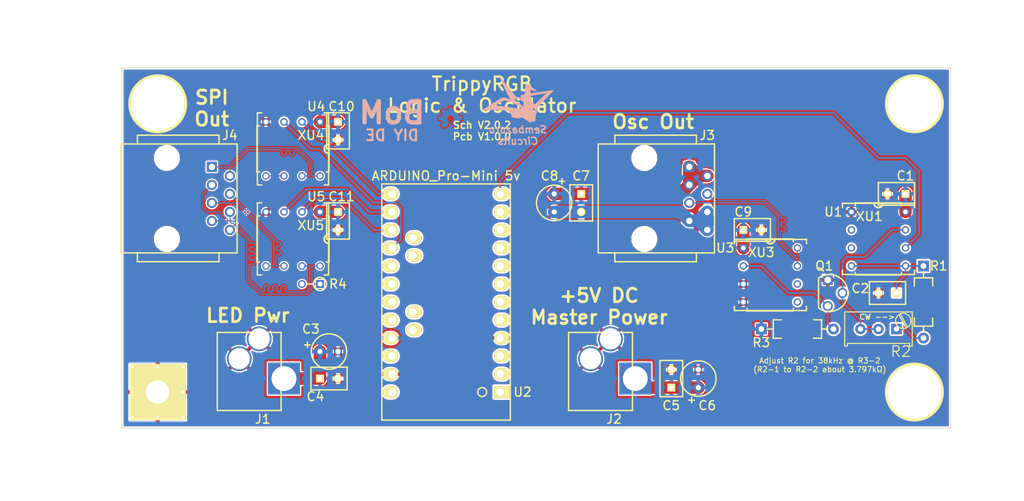
<source format=kicad_pcb>
(kicad_pcb (version 4) (host pcbnew 4.0.5)
  (title_block (title "Interactive Rainbow") (date 2017-02-01) (rev 1.0.0) (company "Sembazuru Circuits (for Barrel of Makers)") (comment 1 "1.0.0 Initial layout."))
  (layers (0 F.Cu signal) (31 B.Cu signal) (34 B.Paste user) (35 F.Paste user) (36 B.SilkS user) (37 F.SilkS user) (38 B.Mask user) (39 F.Mask user) (44 Edge.Cuts user))
  (net 0 "")
  (net 1 +5V)
  (net 2 GND)
  (net 3 "Net-(C2-Pad1)")
  (net 4 /~IR_Osc+)
  (net 5 /~IR_Osc-)
  (net 6 /~SS+)
  (net 7 /~SS-)
  (net 8 /MISO+)
  (net 9 /MOSI+)
  (net 10 /MOSI-)
  (net 11 /MISO-)
  (net 12 /SCK+)
  (net 13 /SCK-)
  (net 14 /IR_Osc)
  (net 15 /~IR_Osc)
  (net 16 "Net-(R1-Pad2)")
  (net 17 /IR_Enable)
  (net 18 /~SS)
  (net 19 /MOSI)
  (net 20 /MISO)
  (net 21 /SCK)
  (module ipc-7251TH-standard:CAPRR254W51L508T318H660P (layer F.Cu) (at 186.70539 93.98527 180)
    (fp_text reference C1 (at 0.01539 2.54527 180) (layer F.SilkS) (effects (font (size 1.27 1.27) (thickness 0.2032))))
    (fp_text value 0.1µF)
    (pad 1 thru_hole rect (at 0 0 180) (size 1.12014 1.12014) (drill 0.70104) (layers *.Cu *.Mask F.SilkS) (net 1 +5V))
    (pad 2 thru_hole circle (at 2.54 0 180) (size 1.19888 1.19888) (drill 0.70104) (layers *.Cu *.Mask F.SilkS) (net 2 GND))
  )
  (module ipc-7251TH-standard:CAPRR254W51L508T318H660P (layer F.Cu) (at 185.43539 107.95527 180)
    (fp_text reference C2 (at 5.09539 0.64027 180) (layer F.SilkS) (effects (font (size 1.27 1.27) (thickness 0.2032))))
    (fp_text value 0.001µF)
    (pad 1 thru_hole rect (at 0 0 180) (size 1.12014 1.12014) (drill 0.70104) (layers *.Cu *.Mask F.SilkS) (net 3 "Net-(C2-Pad1)"))
    (pad 2 thru_hole circle (at 2.54 0 180) (size 1.19888 1.19888) (drill 0.70104) (layers *.Cu *.Mask F.SilkS) (net 2 GND))
  )
  (module ipc-7251TH-standard:CAPPRD254W50D500H850 (layer F.Cu) (at 104.15539 116.21027)
    (fp_text reference C3 (at -1.28539 -3.18027) (layer F.SilkS) (effects (font (size 1.27 1.27) (thickness 0.2032))))
    (fp_text value 10µF)
    (fp_text user + (at -1.778 -1.016) (layer F.SilkS) (effects (font (thickness 0.2032))))
    (pad 1 thru_hole rect (at 0 0) (size 1.12 1.12) (drill 0.72) (layers *.Cu *.Mask) (net 1 +5V))
    (pad 2 thru_hole circle (at 2.54 0) (size 1.12 1.12) (drill 0.72) (layers *.Cu *.Mask) (net 2 GND))
  )
  (module ipc-7251TH-standard:CAPRR254W51L508T318H660P (layer F.Cu) (at 104.15539 120.02027)
    (fp_text reference C4 (at -0.65039 2.53473) (layer F.SilkS) (effects (font (size 1.27 1.27) (thickness 0.2032))))
    (fp_text value 0.1µF)
    (pad 1 thru_hole rect (at 0 0) (size 1.12014 1.12014) (drill 0.70104) (layers *.Cu *.Mask F.SilkS) (net 1 +5V))
    (pad 2 thru_hole circle (at 2.54 0) (size 1.19888 1.19888) (drill 0.70104) (layers *.Cu *.Mask F.SilkS) (net 2 GND))
  )
  (module ipc-7251TH-standard:CAPRR254W51L508T318H660P (layer F.Cu) (at 153.68539 121.29027 90)
    (fp_text reference C5 (at -2.53473 -0.01539 180) (layer F.SilkS) (effects (font (size 1.27 1.27) (thickness 0.2032))))
    (fp_text value 0.1µF)
    (pad 1 thru_hole rect (at 0 0 90) (size 1.12014 1.12014) (drill 0.70104) (layers *.Cu *.Mask F.SilkS) (net 1 +5V))
    (pad 2 thru_hole circle (at 2.54 0 90) (size 1.19888 1.19888) (drill 0.70104) (layers *.Cu *.Mask F.SilkS) (net 2 GND))
  )
  (module ipc-7251TH-standard:CAPPRD254W50D500H850 (layer F.Cu) (at 157.49539 121.29027 90)
    (fp_text reference C6 (at -2.53473 1.25461 180) (layer F.SilkS) (effects (font (size 1.27 1.27) (thickness 0.2032))))
    (fp_text value 10µF)
    (fp_text user + (at -1.778 -1.016 90) (layer F.SilkS) (effects (font (thickness 0.2032))))
    (pad 1 thru_hole rect (at 0 0 90) (size 1.12 1.12) (drill 0.72) (layers *.Cu *.Mask) (net 1 +5V))
    (pad 2 thru_hole circle (at 2.54 0 90) (size 1.12 1.12) (drill 0.72) (layers *.Cu *.Mask) (net 2 GND))
  )
  (module ipc-7251TH-standard:CAPRR254W51L508T318H660P (layer F.Cu) (at 140.98539 93.98527 270)
    (fp_text reference C7 (at -2.54527 0.01539 360) (layer F.SilkS) (effects (font (size 1.27 1.27) (thickness 0.2032))))
    (fp_text value 0.1µF)
    (pad 1 thru_hole rect (at 0 0 270) (size 1.12014 1.12014) (drill 0.70104) (layers *.Cu *.Mask F.SilkS) (net 1 +5V))
    (pad 2 thru_hole circle (at 2.54 0 270) (size 1.19888 1.19888) (drill 0.70104) (layers *.Cu *.Mask F.SilkS) (net 2 GND))
  )
  (module ipc-7251TH-standard:CAPPRD254W50D500H850 (layer F.Cu) (at 137.17539 93.98527 270)
    (fp_text reference C8 (at -2.54527 0.65039 360) (layer F.SilkS) (effects (font (size 1.27 1.27) (thickness 0.2032))))
    (fp_text value 10µF)
    (fp_text user + (at -1.778 -1.016 270) (layer F.SilkS) (effects (font (thickness 0.2032))))
    (pad 1 thru_hole rect (at 0 0 270) (size 1.12 1.12) (drill 0.72) (layers *.Cu *.Mask) (net 1 +5V))
    (pad 2 thru_hole circle (at 2.54 0 270) (size 1.12 1.12) (drill 0.72) (layers *.Cu *.Mask) (net 2 GND))
  )
  (module ipc-7251TH-standard:CAPRR254W51L508T318H660P (layer F.Cu) (at 163.84539 99.06527)
    (fp_text reference C9 (at -0.01539 -2.54) (layer F.SilkS) (effects (font (size 1.27 1.27) (thickness 0.2032))))
    (fp_text value 0.1µF)
    (pad 1 thru_hole rect (at 0 0) (size 1.12014 1.12014) (drill 0.70104) (layers *.Cu *.Mask F.SilkS) (net 1 +5V))
    (pad 2 thru_hole circle (at 2.54 0) (size 1.19888 1.19888) (drill 0.70104) (layers *.Cu *.Mask F.SilkS) (net 2 GND))
  )
  (module ipc-7251TH-standard:CAPRR254W51L508T318H660P (layer F.Cu) (at 106.69539 83.82527 270)
    (fp_text reference C10 (at -2.16427 -0.49261 360) (layer F.SilkS) (effects (font (size 1.27 1.27) (thickness 0.2032))))
    (fp_text value 0.1µF)
    (pad 1 thru_hole rect (at 0 0 270) (size 1.12014 1.12014) (drill 0.70104) (layers *.Cu *.Mask F.SilkS) (net 1 +5V))
    (pad 2 thru_hole circle (at 2.54 0 270) (size 1.19888 1.19888) (drill 0.70104) (layers *.Cu *.Mask F.SilkS) (net 2 GND))
  )
  (module ipc-7251TH-standard:CAPRR254W51L508T318H660P (layer F.Cu) (at 106.69539 96.52527 270)
    (fp_text reference C11 (at -2.16427 -0.49261 360) (layer F.SilkS) (effects (font (size 1.27 1.27) (thickness 0.2032))))
    (fp_text value 0.1µF)
    (pad 1 thru_hole rect (at 0 0 270) (size 1.12014 1.12014) (drill 0.70104) (layers *.Cu *.Mask F.SilkS) (net 1 +5V))
    (pad 2 thru_hole circle (at 2.54 0 270) (size 1.19888 1.19888) (drill 0.70104) (layers *.Cu *.Mask F.SilkS) (net 2 GND))
  )
  (module ipc-7251TH-connectors:KYCON_KLDVHCX-0202-x_CirHole (layer F.Cu) (at 94.17539 120.02027 180)
    (fp_text reference J1 (at -1.905 -5.715 180) (layer F.SilkS) (effects (font (size 1.27 1.27) (thickness 0.2032))))
    (fp_text value KLDVHCX-0202-A)
    (pad 1 thru_hole rect (at -4.9 0 270) (size 4.5 4.5) (drill 3.5) (layers *.Cu *.Mask) (net 1 +5V))
    (pad 2 thru_hole circle (at -1.4 5.6 180) (size 3.5 3.5) (drill 3) (layers *.Cu *.Mask) (net 2 GND))
    (pad 3 thru_hole circle (at 1.4 2.8 180) (size 3.5 3.5) (drill 3) (layers *.Cu *.Mask) (net 2 GND))
  )
  (module ipc-7251TH-connectors:KYCON_KLDVHCX-0202-x_CirHole (layer F.Cu) (at 143.70539 120.02027 180)
    (fp_text reference J2 (at -1.905 -5.715 180) (layer F.SilkS) (effects (font (size 1.27 1.27) (thickness 0.2032))))
    (fp_text value KLDVHCX-0202-A)
    (pad 1 thru_hole rect (at -4.9 0 270) (size 4.5 4.5) (drill 3.5) (layers *.Cu *.Mask) (net 1 +5V))
    (pad 2 thru_hole circle (at -1.4 5.6 180) (size 3.5 3.5) (drill 3) (layers *.Cu *.Mask) (net 2 GND))
    (pad 3 thru_hole circle (at 1.4 2.8 180) (size 3.5 3.5) (drill 3) (layers *.Cu *.Mask) (net 2 GND))
  )
  (module ipc-7251TH-connectors:WURTH_615008144221 (layer F.Cu) (at 156.22539 90.17527 270)
    (fp_text reference J3 (at -4.45027 -2.52461 360) (layer F.SilkS) (effects (font (size 1.27 1.27) (thickness 0.2032))))
    (fp_text value RJ45-Unshielded)
    (pad 1 thru_hole rect (at 0 0 270) (size 1.44 1.44) (drill 0.9) (layers *.Cu *.Mask) (net 1 +5V))
    (pad 2 thru_hole circle (at 1.27 -2.54 270) (size 1.44 1.44) (drill 0.9) (layers *.Cu *.Mask) (net 1 +5V))
    (pad 3 thru_hole circle (at 2.54 0 270) (size 1.44 1.44) (drill 0.9) (layers *.Cu *.Mask) (net 1 +5V))
    (pad 4 thru_hole circle (at 3.81 -2.54 270) (size 1.44 1.44) (drill 0.9) (layers *.Cu *.Mask) (net 4 /~IR_Osc+))
    (pad 5 thru_hole circle (at 5.08 0 270) (size 1.44 1.44) (drill 0.9) (layers *.Cu *.Mask) (net 5 /~IR_Osc-))
    (pad 6 thru_hole circle (at 6.35 -2.54 270) (size 1.44 1.44) (drill 0.9) (layers *.Cu *.Mask) (net 2 GND))
    (pad 7 thru_hole circle (at 7.62 0 270) (size 1.44 1.44) (drill 0.9) (layers *.Cu *.Mask) (net 2 GND))
    (pad 8 thru_hole circle (at 8.89 -2.54 270) (size 1.44 1.44) (drill 0.9) (layers *.Cu *.Mask) (net 2 GND))
    (pad "" np_thru_hole circle (at 10.165 6.35 270) (size 3.17 3.17) (drill 3.17) (layers *.Cu *.Mask))
    (pad "" np_thru_hole circle (at -1.265 6.35 270) (size 3.17 3.17) (drill 3.17) (layers *.Cu *.Mask))
  )
  (module ipc-7251TH-connectors:WURTH_615008144221 (layer F.Cu) (at 88.91539 90.17527 270)
    (fp_text reference J4 (at -4.45027 -2.52461 360) (layer F.SilkS) (effects (font (size 1.27 1.27) (thickness 0.2032))))
    (fp_text value RJ45-Unshielded)
    (pad 1 thru_hole rect (at 0 0 270) (size 1.44 1.44) (drill 0.9) (layers *.Cu *.Mask) (net 6 /~SS+))
    (pad 2 thru_hole circle (at 1.27 -2.54 270) (size 1.44 1.44) (drill 0.9) (layers *.Cu *.Mask) (net 7 /~SS-))
    (pad 3 thru_hole circle (at 2.54 0 270) (size 1.44 1.44) (drill 0.9) (layers *.Cu *.Mask) (net 8 /MISO+))
    (pad 4 thru_hole circle (at 3.81 -2.54 270) (size 1.44 1.44) (drill 0.9) (layers *.Cu *.Mask) (net 9 /MOSI+))
    (pad 5 thru_hole circle (at 5.08 0 270) (size 1.44 1.44) (drill 0.9) (layers *.Cu *.Mask) (net 10 /MOSI-))
    (pad 6 thru_hole circle (at 6.35 -2.54 270) (size 1.44 1.44) (drill 0.9) (layers *.Cu *.Mask) (net 11 /MISO-))
    (pad 7 thru_hole circle (at 7.62 0 270) (size 1.44 1.44) (drill 0.9) (layers *.Cu *.Mask) (net 12 /SCK+))
    (pad 8 thru_hole circle (at 8.89 -2.54 270) (size 1.44 1.44) (drill 0.9) (layers *.Cu *.Mask) (net 13 /SCK-))
    (pad "" np_thru_hole circle (at 10.165 6.35 270) (size 3.17 3.17) (drill 3.17) (layers *.Cu *.Mask))
    (pad "" np_thru_hole circle (at -1.265 6.35 270) (size 3.17 3.17) (drill 3.17) (layers *.Cu *.Mask))
  )
  (module ipc-7251TH-standard:MTGP794H326V8P (layer F.Cu) (at 81.28 121.92 180)
    (fp_text reference MH1 hide)
    (fp_text value "#4 PTH" hide)
    (pad 0 thru_hole rect (at 0 0 180) (size 7.94 7.94) (drill 3.26) (layers *.Cu *.Mask F.SilkS) (net 2 GND))
    (pad 0 thru_hole rect (at 0 3.556 180) (size 0.762 0.762) (drill 0.3048) (layers *.Cu *.Mask F.SilkS) (net 2 GND))
    (pad 0 thru_hole rect (at 3.556 3.556 180) (size 0.762 0.762) (drill 0.3048) (layers *.Cu *.Mask F.SilkS) (net 2 GND))
    (pad 0 thru_hole rect (at 3.556 0 180) (size 0.762 0.762) (drill 0.3048) (layers *.Cu *.Mask F.SilkS) (net 2 GND))
    (pad 0 thru_hole rect (at 3.556 -3.556 180) (size 0.762 0.762) (drill 0.3048) (layers *.Cu *.Mask F.SilkS) (net 2 GND))
    (pad 0 thru_hole rect (at 0 -3.556 180) (size 0.762 0.762) (drill 0.3048) (layers *.Cu *.Mask F.SilkS) (net 2 GND))
    (pad 0 thru_hole rect (at -3.556 -3.556 180) (size 0.762 0.762) (drill 0.3048) (layers *.Cu *.Mask F.SilkS) (net 2 GND))
    (pad 0 thru_hole rect (at -3.556 0 180) (size 0.762 0.762) (drill 0.3048) (layers *.Cu *.Mask F.SilkS) (net 2 GND))
    (pad 0 thru_hole rect (at -3.556 3.556 180) (size 0.762 0.762) (drill 0.3048) (layers *.Cu *.Mask F.SilkS) (net 2 GND))
  )
  (module ipc-7251TH-standard:MTGNP794H326Z794P (layer F.Cu) (at 187.96 121.92 180)
    (fp_text reference MH2 hide)
    (fp_text value "#4 NPTH" hide)
    (pad "" np_thru_hole circle (at 0 0 180) (size 3.26 3.26) (drill 3.26) (layers *.Cu *.Mask F.SilkS) (clearance 2.34))
  )
  (module ipc-7251TH-standard:MTGNP794H326Z794P (layer F.Cu) (at 187.96 81.28 180)
    (fp_text reference MH3 hide)
    (fp_text value "#4 NPTH" hide)
    (pad "" np_thru_hole circle (at 0 0 180) (size 3.26 3.26) (drill 3.26) (layers *.Cu *.Mask F.SilkS) (clearance 2.34))
  )
  (module ipc-7251TH-standard:MTGNP794H326Z794P (layer F.Cu) (at 81.28 81.28 180)
    (fp_text reference MH4 hide)
    (fp_text value "#4 NPTH" hide)
    (pad "" np_thru_hole circle (at 0 0 180) (size 3.26 3.26) (drill 3.26) (layers *.Cu *.Mask F.SilkS) (clearance 2.34))
  )
  (module ipc-7251TH-standard:TO92184P520H734-3 (layer F.Cu) (at 175.74364 106.11543 270)
    (fp_text reference Q1 (at -1.97543 0.48364 360) (layer F.SilkS) (effects (font (size 1.27 1.27) (thickness 0.2032))))
    (fp_text value VN3205)
    (pad 1 thru_hole rect (at -0.00166 -0.0015 270) (size 1.41 1.41) (drill 0.94) (layers *.Cu *.Mask) (net 2 GND))
    (pad 2 thru_hole circle (at 1.83984 -2.07175 270) (size 1.41 1.41) (drill 0.94) (layers *.Cu *.Mask) (net 14 /IR_Osc))
    (pad 3 thru_hole circle (at 3.68134 -0.0015 270) (size 1.41 1.41) (drill 0.94) (layers *.Cu *.Mask) (net 15 /~IR_Osc))
  )
  (module ipc-7251TH-standard:RESAD1016W56L681D259 (layer F.Cu) (at 189.24539 104.14527 270)
    (fp_text reference R1 (at -0.00527 -2.14361 360) (layer F.SilkS) (effects (font (size 1.27 1.27) (thickness 0.2032))))
    (fp_text value 15kΩ)
    (pad 1 thru_hole rect (at 0 0 270) (size 1.53 1.53) (drill 0.8128) (layers *.Cu *.Mask) (net 3 "Net-(C2-Pad1)"))
    (pad 2 thru_hole circle (at 10.16 0 270) (size 1.53 1.53) (drill 0.8128) (layers *.Cu *.Mask) (net 16 "Net-(R1-Pad2)"))
  )
  (module ipc-7251TH-standard:RESAD1016W56L681D259 (layer F.Cu) (at 166.38539 113.03527)
    (fp_text reference R3 (at -0.01539 1.89973) (layer F.SilkS) (effects (font (size 1.27 1.27) (thickness 0.2032))))
    (fp_text value 15kΩ)
    (pad 1 thru_hole rect (at 0 0) (size 1.53 1.53) (drill 0.8128) (layers *.Cu *.Mask) (net 1 +5V))
    (pad 2 thru_hole circle (at 10.16 0) (size 1.53 1.53) (drill 0.8128) (layers *.Cu *.Mask) (net 15 /~IR_Osc))
  )
  (module ipc-7251TH-standard:RESADV254W45L350D185 (layer F.Cu) (at 104.15539 106.68527 180)
    (fp_text reference R4 (at -2.52461 0 180) (layer F.SilkS) (effects (font (size 1.27 1.27) (thickness 0.2032))))
    (fp_text value 100Ω)
    (pad 1 thru_hole rect (at 0 0 180) (size 1.10744 1.10744) (drill 0.70104) (layers *.Cu *.Mask) (net 8 /MISO+))
    (pad 2 thru_hole circle (at 2.54 0 180) (size 1.10744 1.10744) (drill 0.70104) (layers *.Cu *.Mask) (net 11 /MISO-))
  )
  (module ipc-7251TH-standard:DIPS762W45P254L1003H508Q8 (layer F.Cu) (at 179.08539 96.52 270)
    (fp_text reference U1 (at 0 2.55539 360) (layer F.SilkS) (effects (font (size 1.27 1.27) (thickness 0.2032))))
    (fp_text value ICM7555)
    (pad 1 thru_hole rect (at 0 0 270) (size 1.05664 1.05664) (drill 0.65024) (layers *.Cu *.Mask) (net 2 GND))
    (pad 2 thru_hole circle (at 2.54 0 270) (size 1.05664 1.05664) (drill 0.65024) (layers *.Cu *.Mask))
    (pad 3 thru_hole circle (at 5.08 0 270) (size 1.05664 1.05664) (drill 0.65024) (layers *.Cu *.Mask))
    (pad 4 thru_hole circle (at 7.62 0 270) (size 1.05664 1.05664) (drill 0.65024) (layers *.Cu *.Mask) (net 3 "Net-(C2-Pad1)"))
    (pad 5 thru_hole circle (at 7.62 -7.62 270) (size 1.05664 1.05664) (drill 0.65024) (layers *.Cu *.Mask) (net 3 "Net-(C2-Pad1)"))
    (pad 6 thru_hole circle (at 5.08 -7.62 270) (size 1.05664 1.05664) (drill 0.65024) (layers *.Cu *.Mask) (net 17 /IR_Enable))
    (pad 7 thru_hole circle (at 2.54 -7.62 270) (size 1.05664 1.05664) (drill 0.65024) (layers *.Cu *.Mask) (net 14 /IR_Osc))
    (pad 8 thru_hole circle (at 0 -7.62 270) (size 1.05664 1.05664) (drill 0.65024) (layers *.Cu *.Mask) (net 1 +5V))
  )
  (module arduino_shields:ARDUINO_Pro-MiniU (layer F.Cu) (at 121.93539 109.22527 180)
    (fp_text reference U2 (at -10.77961 -12.69473 360) (layer F.SilkS) (effects (font (size 1.27 1.27) (thickness 0.2032))))
    (fp_text value "ARDUINO_Pro-Mini 5v" (at 0.01539 17.78527 360) (layer F.SilkS) (effects (font (size 1.27 1.27) (thickness 0.2032))))
    (pad 1 thru_hole rect (at -7.62 -12.7) (size 2.12 1.7) (drill 1.05 (offset 0.21 0)) (layers *.Cu *.Mask F.SilkS))
    (pad 2 thru_hole oval (at -7.62 -10.16) (size 2.12 1.7) (drill 1.05 (offset 0.21 0)) (layers *.Cu *.Mask F.SilkS))
    (pad 3 thru_hole oval (at -7.62 -7.62) (size 2.12 1.7) (drill 1.05 (offset 0.21 0)) (layers *.Cu *.Mask F.SilkS))
    (pad 4 thru_hole oval (at -7.62 -5.08) (size 2.12 1.7) (drill 1.05 (offset 0.21 0)) (layers *.Cu *.Mask F.SilkS) (net 2 GND))
    (pad 5 thru_hole oval (at -7.62 -2.54) (size 2.12 1.7) (drill 1.05 (offset 0.21 0)) (layers *.Cu *.Mask F.SilkS))
    (pad 6 thru_hole oval (at -7.62 0) (size 2.12 1.7) (drill 1.05 (offset 0.21 0)) (layers *.Cu *.Mask F.SilkS))
    (pad 7 thru_hole oval (at -7.62 2.54) (size 2.12 1.7) (drill 1.05 (offset 0.21 0)) (layers *.Cu *.Mask F.SilkS))
    (pad 8 thru_hole oval (at -7.62 5.08) (size 2.12 1.7) (drill 1.05 (offset 0.21 0)) (layers *.Cu *.Mask F.SilkS))
    (pad 9 thru_hole oval (at -7.62 7.62) (size 2.12 1.7) (drill 1.05 (offset 0.21 0)) (layers *.Cu *.Mask F.SilkS))
    (pad 10 thru_hole oval (at -7.62 10.16) (size 2.12 1.7) (drill 1.05 (offset 0.21 0)) (layers *.Cu *.Mask F.SilkS))
    (pad 11 thru_hole oval (at -7.62 12.7) (size 2.12 1.7) (drill 1.05 (offset 0.21 0)) (layers *.Cu *.Mask F.SilkS))
    (pad 12 thru_hole oval (at -7.62 15.24) (size 2.12 1.7) (drill 1.05 (offset 0.21 0)) (layers *.Cu *.Mask F.SilkS) (net 17 /IR_Enable))
    (pad 13 thru_hole oval (at 7.62 15.24 180) (size 2.12 1.7) (drill 1.05 (offset 0.21 0)) (layers *.Cu *.Mask F.SilkS) (net 18 /~SS))
    (pad 14 thru_hole oval (at 7.62 12.7 180) (size 2.12 1.7) (drill 1.05 (offset 0.21 0)) (layers *.Cu *.Mask F.SilkS) (net 19 /MOSI))
    (pad 15 thru_hole oval (at 7.62 10.16 180) (size 2.12 1.7) (drill 1.05 (offset 0.21 0)) (layers *.Cu *.Mask F.SilkS) (net 20 /MISO))
    (pad 16 thru_hole oval (at 7.62 7.62 180) (size 2.12 1.7) (drill 1.05 (offset 0.21 0)) (layers *.Cu *.Mask F.SilkS) (net 21 /SCK))
    (pad 17 thru_hole oval (at 7.62 5.08 180) (size 2.12 1.7) (drill 1.05 (offset 0.21 0)) (layers *.Cu *.Mask F.SilkS))
    (pad 18 thru_hole oval (at 7.62 2.54 180) (size 2.12 1.7) (drill 1.05 (offset 0.21 0)) (layers *.Cu *.Mask F.SilkS))
    (pad 19 thru_hole oval (at 7.62 0 180) (size 2.12 1.7) (drill 1.05 (offset 0.21 0)) (layers *.Cu *.Mask F.SilkS))
    (pad 20 thru_hole oval (at 7.62 -2.54 180) (size 2.12 1.7) (drill 1.05 (offset 0.21 0)) (layers *.Cu *.Mask F.SilkS))
    (pad 21 thru_hole oval (at 7.62 -5.08 180) (size 2.12 1.7) (drill 1.05 (offset 0.21 0)) (layers *.Cu *.Mask F.SilkS) (net 1 +5V))
    (pad 22 thru_hole oval (at 7.62 -7.62 180) (size 2.12 1.7) (drill 1.05 (offset 0.21 0)) (layers *.Cu *.Mask F.SilkS))
    (pad 23 thru_hole oval (at 7.62 -10.16 180) (size 2.12 1.7) (drill 1.05 (offset 0.21 0)) (layers *.Cu *.Mask F.SilkS) (net 2 GND))
    (pad 24 thru_hole oval (at 7.62 -12.7 180) (size 2.12 1.7) (drill 1.05 (offset 0.21 0)) (layers *.Cu *.Mask F.SilkS))
    (pad A4 thru_hole oval (at 4.699 -1.397) (size 2.12 1.7) (drill 1.05 (offset 0.21 0)) (layers *.Cu *.Mask F.SilkS))
    (pad A5 thru_hole oval (at 4.699 -3.937) (size 2.12 1.7) (drill 1.05 (offset 0.21 0)) (layers *.Cu *.Mask F.SilkS))
    (pad A6 thru_hole oval (at 4.699 9.0678) (size 2.12 1.7) (drill 1.05 (offset 0.21 0)) (layers *.Cu *.Mask F.SilkS))
    (pad A7 thru_hole oval (at 4.699 6.5278) (size 2.12 1.7) (drill 1.05 (offset 0.21 0)) (layers *.Cu *.Mask F.SilkS))
  )
  (module ipc-7251TH-standard:DIPS762W45P254L1003H508Q8 (layer F.Cu) (at 163.84539 101.60527 270)
    (fp_text reference U3 (at -0.00527 2.55539 360) (layer F.SilkS) (effects (font (size 1.27 1.27) (thickness 0.2032))))
    (fp_text value uA9638C)
    (pad 1 thru_hole rect (at 0 0 270) (size 1.05664 1.05664) (drill 0.65024) (layers *.Cu *.Mask) (net 1 +5V))
    (pad 2 thru_hole circle (at 2.54 0 270) (size 1.05664 1.05664) (drill 0.65024) (layers *.Cu *.Mask) (net 15 /~IR_Osc))
    (pad 3 thru_hole circle (at 5.08 0 270) (size 1.05664 1.05664) (drill 0.65024) (layers *.Cu *.Mask) (net 2 GND))
    (pad 4 thru_hole circle (at 7.62 0 270) (size 1.05664 1.05664) (drill 0.65024) (layers *.Cu *.Mask) (net 2 GND))
    (pad 5 thru_hole circle (at 7.62 -7.62 270) (size 1.05664 1.05664) (drill 0.65024) (layers *.Cu *.Mask))
    (pad 6 thru_hole circle (at 5.08 -7.62 270) (size 1.05664 1.05664) (drill 0.65024) (layers *.Cu *.Mask))
    (pad 7 thru_hole circle (at 2.54 -7.62 270) (size 1.05664 1.05664) (drill 0.65024) (layers *.Cu *.Mask) (net 5 /~IR_Osc-))
    (pad 8 thru_hole circle (at 0 -7.62 270) (size 1.05664 1.05664) (drill 0.65024) (layers *.Cu *.Mask) (net 4 /~IR_Osc+))
  )
  (module ipc-7251TH-standard:DIPS762W45P254L1003H508Q8 (layer F.Cu) (at 104.15539 83.82527 180)
    (fp_text reference U4 (at 0.52339 2.16427 180) (layer F.SilkS) (effects (font (size 1.27 1.27) (thickness 0.2032))))
    (fp_text value uA9638C)
    (pad 1 thru_hole rect (at 0 0 180) (size 1.05664 1.05664) (drill 0.65024) (layers *.Cu *.Mask) (net 1 +5V))
    (pad 2 thru_hole circle (at 2.54 0 180) (size 1.05664 1.05664) (drill 0.65024) (layers *.Cu *.Mask) (net 18 /~SS))
    (pad 3 thru_hole circle (at 5.08 0 180) (size 1.05664 1.05664) (drill 0.65024) (layers *.Cu *.Mask) (net 21 /SCK))
    (pad 4 thru_hole circle (at 7.62 0 180) (size 1.05664 1.05664) (drill 0.65024) (layers *.Cu *.Mask) (net 2 GND))
    (pad 5 thru_hole circle (at 7.62 -7.62 180) (size 1.05664 1.05664) (drill 0.65024) (layers *.Cu *.Mask) (net 13 /SCK-))
    (pad 6 thru_hole circle (at 5.08 -7.62 180) (size 1.05664 1.05664) (drill 0.65024) (layers *.Cu *.Mask) (net 12 /SCK+))
    (pad 7 thru_hole circle (at 2.54 -7.62 180) (size 1.05664 1.05664) (drill 0.65024) (layers *.Cu *.Mask) (net 7 /~SS-))
    (pad 8 thru_hole circle (at 0 -7.62 180) (size 1.05664 1.05664) (drill 0.65024) (layers *.Cu *.Mask) (net 6 /~SS+))
  )
  (module ipc-7251TH-standard:DIPS762W45P254L1003H508Q8 (layer F.Cu) (at 104.15539 96.52527 180)
    (fp_text reference U5 (at 0.52339 2.16427 180) (layer F.SilkS) (effects (font (size 1.27 1.27) (thickness 0.2032))))
    (fp_text value DS8921)
    (pad 1 thru_hole rect (at 0 0 180) (size 1.05664 1.05664) (drill 0.65024) (layers *.Cu *.Mask) (net 1 +5V))
    (pad 2 thru_hole circle (at 2.54 0 180) (size 1.05664 1.05664) (drill 0.65024) (layers *.Cu *.Mask) (net 20 /MISO))
    (pad 3 thru_hole circle (at 5.08 0 180) (size 1.05664 1.05664) (drill 0.65024) (layers *.Cu *.Mask) (net 19 /MOSI))
    (pad 4 thru_hole circle (at 7.62 0 180) (size 1.05664 1.05664) (drill 0.65024) (layers *.Cu *.Mask) (net 2 GND))
    (pad 5 thru_hole circle (at 7.62 -7.62 180) (size 1.05664 1.05664) (drill 0.65024) (layers *.Cu *.Mask) (net 10 /MOSI-))
    (pad 6 thru_hole circle (at 5.08 -7.62 180) (size 1.05664 1.05664) (drill 0.65024) (layers *.Cu *.Mask) (net 9 /MOSI+))
    (pad 7 thru_hole circle (at 2.54 -7.62 180) (size 1.05664 1.05664) (drill 0.65024) (layers *.Cu *.Mask) (net 11 /MISO-))
    (pad 8 thru_hole circle (at 0 -7.62 180) (size 1.05664 1.05664) (drill 0.65024) (layers *.Cu *.Mask) (net 8 /MISO+))
  )
  (module ipc-7251TH-standard:DIPfS762W45P254L1016H508Q8 (layer F.Cu) (at 179.07 96.52527 270)
    (fp_text reference XU1 (at 0.62973 -2.54 360) (layer F.SilkS) (effects (font (size 1.27 1.27) (thickness 0.2032))))
    (fp_text value IC_Socket08)
  )
  (module ipc-7251TH-standard:DIPfS762W45P254L1016H508Q8 (layer F.Cu) (at 163.83 101.6 270)
    (fp_text reference XU3 (at 0.635 -2.54 360) (layer F.SilkS) (effects (font (size 1.27 1.27) (thickness 0.2032))))
    (fp_text value IC_Socket08)
  )
  (module ipc-7251TH-standard:DIPfS762W45P254L1016H508Q8 (layer F.Cu) (at 104.15539 83.82527 180)
    (fp_text reference XU4 (at 1.28539 -1.89973 180) (layer F.SilkS) (effects (font (size 1.27 1.27) (thickness 0.2032))))
    (fp_text value IC_Socket08)
  )
  (module ipc-7251TH-standard:DIPfS762W45P254L1016H508Q8 (layer F.Cu) (at 104.15539 96.52527 180)
    (fp_text reference XU5 (at 1.28539 -1.89973 180) (layer F.SilkS) (effects (font (size 1.27 1.27) (thickness 0.2032))))
    (fp_text value IC_Socket08)
  )
  (module ipc-7251TH-non-standard:TRIM_Bourns3296WA (layer F.Cu) (at 182.89539 113.03527 180)
    (fp_text reference R2 (at -3.15961 -3.16973 180) (layer F.SilkS) (effects (font (size 1.5 1.5))))
    (fp_text value 5kΩ)
    (fp_text user "CW -->" (at 0.1905 1.7145 180) (layer F.SilkS) (effects (font (size 0.75 0.75))))
    (pad 1 thru_hole rect (at -2.54 0 180) (size 1.46 1.46) (drill 0.76) (layers *.Cu *.Mask) (net 16 "Net-(R1-Pad2)"))
    (pad 2 thru_hole circle (at 0 0 180) (size 1.46 1.46) (drill 0.76) (layers *.Cu *.Mask) (net 14 /IR_Osc))
    (pad 3 thru_hole circle (at 2.54 0 180) (size 1.46 1.46) (drill 0.76) (layers *.Cu *.Mask) (net 14 /IR_Osc))
  )
  (module logos:OSHW_03mm_copper_noMask (layer B.Cu) (at 122.555 83.185 180)
    (fp_text reference G*** hide)
    (fp_text value LOGO hide)
    (fp_poly (pts (xy -1.01092 -1.4986) (xy -0.99314 -1.48844) (xy -0.95504 -1.46558) (xy -0.89916 -1.42748) (xy -0.83312 -1.3843) (xy -0.76708 -1.33858) (xy -0.7112 -1.30302) (xy -0.6731 -1.27762) (xy -0.65786 -1.27) (xy -0.65024 -1.27254) (xy -0.61722 -1.28778) (xy -0.57404 -1.31064) (xy -0.5461 -1.32588) (xy -0.50546 -1.34366) (xy -0.4826 -1.3462) (xy -0.48006 -1.34112) (xy -0.46482 -1.31064) (xy -0.44196 -1.25476) (xy -0.40894 -1.18364) (xy -0.37338 -1.09728) (xy -0.33528 -1.00584) (xy -0.29464 -0.9144) (xy -0.25908 -0.8255) (xy -0.22606 -0.74422) (xy -0.20066 -0.67818) (xy -0.18288 -0.635) (xy -0.17526 -0.61468) (xy -0.1778 -0.6096) (xy -0.19812 -0.58928) (xy -0.23622 -0.56388) (xy -0.31496 -0.49784) (xy -0.3937 -0.40132) (xy -0.43942 -0.2921) (xy -0.4572 -0.16764) (xy -0.44196 -0.05334) (xy -0.39878 0.05334) (xy -0.32258 0.1524) (xy -0.2286 0.22606) (xy -0.12192 0.27178) (xy 0 0.28702) (xy 0.1143 0.27432) (xy 0.22606 0.2286) (xy 0.32512 0.15494) (xy 0.3683 0.10668) (xy 0.42418 0.00762) (xy 0.4572 -0.09906) (xy 0.45974 -0.127) (xy 0.45466 -0.24384) (xy 0.42164 -0.3556) (xy 0.35814 -0.45466) (xy 0.27432 -0.53848) (xy 0.26162 -0.5461) (xy 0.22352 -0.57658) (xy 0.19558 -0.5969) (xy 0.17526 -0.61214) (xy 0.32512 -0.97282) (xy 0.34798 -1.0287) (xy 0.38862 -1.12776) (xy 0.42418 -1.21158) (xy 0.45466 -1.28016) (xy 0.47498 -1.32588) (xy 0.4826 -1.34366) (xy 0.4826 -1.34366) (xy 0.49784 -1.3462) (xy 0.52324 -1.33604) (xy 0.57404 -1.31318) (xy 0.60706 -1.2954) (xy 0.64516 -1.27762) (xy 0.66294 -1.27) (xy 0.67818 -1.27762) (xy 0.71374 -1.30048) (xy 0.76708 -1.33604) (xy 0.83312 -1.38176) (xy 0.89408 -1.4224) (xy 0.94996 -1.4605) (xy 0.9906 -1.4859) (xy 1.01092 -1.49606) (xy 1.01346 -1.49606) (xy 1.03124 -1.4859) (xy 1.06426 -1.4605) (xy 1.11252 -1.41478) (xy 1.1811 -1.3462) (xy 1.19126 -1.3335) (xy 1.24968 -1.27762) (xy 1.2954 -1.22936) (xy 1.32588 -1.1938) (xy 1.33858 -1.17856) (xy 1.33858 -1.17856) (xy 1.32842 -1.15824) (xy 1.30048 -1.1176) (xy 1.26492 -1.05918) (xy 1.2192 -0.99314) (xy 1.09982 -0.82042) (xy 1.16586 -0.65786) (xy 1.18618 -0.60706) (xy 1.21158 -0.5461) (xy 1.22936 -0.50292) (xy 1.23952 -0.48514) (xy 1.2573 -0.47752) (xy 1.30048 -0.46736) (xy 1.36652 -0.45466) (xy 1.44272 -0.43942) (xy 1.51638 -0.42672) (xy 1.58242 -0.41402) (xy 1.63068 -0.40386) (xy 1.65354 -0.40132) (xy 1.65862 -0.39624) (xy 1.6637 -0.38608) (xy 1.66624 -0.36322) (xy 1.66624 -0.32258) (xy 1.66878 -0.25908) (xy 1.66878 -0.16764) (xy 1.66878 -0.15748) (xy 1.66624 -0.07112) (xy 1.66624 0) (xy 1.6637 0.04318) (xy 1.66116 0.06096) (xy 1.66116 0.06096) (xy 1.6383 0.06604) (xy 1.59258 0.0762) (xy 1.52654 0.0889) (xy 1.4478 0.10414) (xy 1.44272 0.10668) (xy 1.36398 0.12192) (xy 1.2954 0.13462) (xy 1.24968 0.14478) (xy 1.2319 0.1524) (xy 1.22682 0.15748) (xy 1.21158 0.18796) (xy 1.18872 0.23622) (xy 1.16078 0.29718) (xy 1.13538 0.35814) (xy 1.11506 0.41402) (xy 1.09982 0.4572) (xy 1.09474 0.47498) (xy 1.09474 0.47498) (xy 1.10744 0.4953) (xy 1.13284 0.53594) (xy 1.17094 0.59182) (xy 1.2192 0.6604) (xy 1.22174 0.66548) (xy 1.26746 0.73152) (xy 1.30302 0.7874) (xy 1.32842 0.82804) (xy 1.33858 0.84582) (xy 1.33604 0.84836) (xy 1.32334 0.86614) (xy 1.28778 0.90424) (xy 1.23952 0.95504) (xy 1.1811 1.016) (xy 1.16332 1.03378) (xy 1.09728 1.09728) (xy 1.05156 1.13792) (xy 1.02362 1.16078) (xy 1.01092 1.16586) (xy 1.01092 1.16586) (xy 0.9906 1.15316) (xy 0.94742 1.12522) (xy 0.89154 1.08712) (xy 0.82296 1.0414) (xy 0.81788 1.03632) (xy 0.75184 0.9906) (xy 0.69596 0.95504) (xy 0.65786 0.9271) (xy 0.64008 0.91694) (xy 0.63754 0.91694) (xy 0.6096 0.92456) (xy 0.56134 0.94234) (xy 0.50292 0.9652) (xy 0.44196 0.9906) (xy 0.38608 1.01346) (xy 0.3429 1.03124) (xy 0.32512 1.04394) (xy 0.32258 1.04394) (xy 0.3175 1.06934) (xy 0.3048 1.1176) (xy 0.28956 1.18618) (xy 0.27432 1.27) (xy 0.27178 1.2827) (xy 0.25654 1.36144) (xy 0.24384 1.42748) (xy 0.23622 1.4732) (xy 0.23114 1.49098) (xy 0.21844 1.49352) (xy 0.18034 1.49606) (xy 0.12192 1.4986) (xy 0.0508 1.4986) (xy -0.0254 1.4986) (xy -0.09906 1.49606) (xy -0.16002 1.49606) (xy -0.20574 1.49098) (xy -0.22606 1.48844) (xy -0.22606 1.4859) (xy -0.23368 1.46304) (xy -0.24384 1.41224) (xy -0.25654 1.34366) (xy -0.27432 1.26238) (xy -0.27686 1.24714) (xy -0.2921 1.1684) (xy -0.3048 1.10236) (xy -0.31496 1.05664) (xy -0.32004 1.03886) (xy -0.32512 1.03632) (xy -0.35814 1.02108) (xy -0.41148 1.00076) (xy -0.47752 0.97282) (xy -0.62992 0.91186) (xy -0.81788 1.03886) (xy -0.83566 1.05156) (xy -0.9017 1.09728) (xy -0.95758 1.13538) (xy -0.99568 1.15824) (xy -1.01346 1.1684) (xy -1.01346 1.1684) (xy -1.03378 1.15062) (xy -1.06934 1.1176) (xy -1.12014 1.0668) (xy -1.17856 1.00838) (xy -1.22428 0.9652) (xy -1.27508 0.91186) (xy -1.3081 0.8763) (xy -1.32588 0.85344) (xy -1.33096 0.84074) (xy -1.33096 0.83058) (xy -1.31826 0.8128) (xy -1.29032 0.76962) (xy -1.25222 0.71374) (xy -1.2065 0.6477) (xy -1.1684 0.59182) (xy -1.12776 0.52832) (xy -1.10236 0.48514) (xy -1.0922 0.46228) (xy -1.09474 0.45212) (xy -1.10744 0.41656) (xy -1.1303 0.36068) (xy -1.15824 0.29464) (xy -1.22428 0.14732) (xy -1.3208 0.127) (xy -1.37922 0.11684) (xy -1.46304 0.1016) (xy -1.54178 0.08636) (xy -1.6637 0.06096) (xy -1.66878 -0.38862) (xy -1.64846 -0.39624) (xy -1.63068 -0.40132) (xy -1.58496 -0.41148) (xy -1.52146 -0.42418) (xy -1.44272 -0.43942) (xy -1.37922 -0.45212) (xy -1.31318 -0.46482) (xy -1.26492 -0.47244) (xy -1.2446 -0.47752) (xy -1.23952 -0.48514) (xy -1.22174 -0.51562) (xy -1.19888 -0.56642) (xy -1.17348 -0.62738) (xy -1.14554 -0.69088) (xy -1.12268 -0.7493) (xy -1.10744 -0.79502) (xy -1.09982 -0.81788) (xy -1.10998 -0.83566) (xy -1.13538 -0.87376) (xy -1.17094 -0.92964) (xy -1.21666 -0.99568) (xy -1.25984 -1.05918) (xy -1.29794 -1.1176) (xy -1.32334 -1.1557) (xy -1.33604 -1.17602) (xy -1.33096 -1.18872) (xy -1.30302 -1.2192) (xy -1.25476 -1.27) (xy -1.1811 -1.34366) (xy -1.1684 -1.35382) (xy -1.10998 -1.41224) (xy -1.06172 -1.45796) (xy -1.02616 -1.48844) (xy -1.01092 -1.4986)) (layer B.Cu) (width 0.00254))
  )
  (module logos:crane_0.40in_silkscreen (layer B.Cu) (at 132.08 80.645 180)
    (fp_text reference G*** hide)
    (fp_text value LOGO hide)
  )
  (gr_text "Adjust R2 for 38kHz @ R3-2\n(R2-1 to R2-2 about 3.797kΩ)" (at 174.625 118.11) (layer F.SilkS) (effects (font (size 0.762 0.762) (thickness 0.127))))
  (gr_text "+5V DC\nMaster Power" (at 143.51 109.855) (layer F.SilkS) (effects (font (size 1.905 1.905) (thickness 0.381))))
  (gr_text "LED Pwr" (at 93.98 111.125) (layer F.SilkS) (effects (font (size 1.905 1.905) (thickness 0.381))))
  (gr_text "Osc Out" (at 151.13 83.82) (layer F.SilkS) (effects (font (size 1.905 1.905) (thickness 0.381))))
  (gr_text "SPI\nOut" (at 88.9 81.915) (layer F.SilkS) (effects (font (size 1.905 1.905) (thickness 0.381))))
  (gr_text "Sch V2.0.2\nPcb V1.0.0" (at 127 85.09) (layer F.SilkS) (effects (font (size 1 1) (thickness 0.2))))
  (gr_text "TrippyRGB\nLogic & Oscillator" (at 127 80.01) (layer F.SilkS) (effects (font (size 1.905 1.905) (thickness 0.3175))))
  (gr_text "Sembazuru\nCircuits" (at 132.08 85.725) (layer B.SilkS) (effects (font (size 1 1) (thickness 0.2) italic) (justify mirror)))
  (gr_text "DIY DE" (at 114.3 85.725) (layer B.SilkS) (effects (font (size 1.5 1.5) (thickness 0.3)) (justify mirror)))
  (gr_text BoM (at 114.3 82.55) (layer B.SilkS) (effects (font (size 3 3) (thickness 0.6)) (justify mirror)))
  (gr_line (start 76.21539 127.00527) (end 193.05539 127.00527) (layer Edge.Cuts) (width 0.1))
  (gr_line (start 76.21539 127.00527) (end 76.21539 76.20527) (layer Edge.Cuts) (width 0.1))
  (gr_line (start 193.05539 127.00527) (end 193.05539 76.20527) (angle 90) (layer Edge.Cuts) (width 0.1))
  (gr_line (start 193.05539 76.20527) (end 76.21539 76.20527) (angle 90) (layer Edge.Cuts) (width 0.1))
  (segment (start 186.70539 93.98527) (end 186.70539 96.52) (width 1.778) (layer F.Cu) (net 1))
  (segment (start 163.84539 99.06527) (end 163.84539 101.60527) (width 1.778) (layer F.Cu) (net 1))
  (segment (start 106.69539 96.52527) (end 104.15539 96.52527) (width 1.778) (layer F.Cu) (net 1))
  (segment (start 106.69539 83.82527) (end 104.15539 83.82527) (width 1.778) (layer F.Cu) (net 1))
  (segment (start 157.49539 121.29027) (end 153.68539 121.29027) (width 1.778) (layer F.Cu) (net 1))
  (segment (start 153.68539 121.29027) (end 149.87539 121.29027) (width 1.778) (layer F.Cu) (net 1))
  (segment (start 149.87539 121.29027) (end 148.60539 120.02027) (width 1.778) (layer F.Cu) (net 1))
  (segment (start 148.60539 120.02027) (end 148.60539 120.66539) (width 1.778) (layer F.Cu) (net 1))
  (segment (start 104.15539 120.02027) (end 104.15539 116.21027) (width 1.778) (layer F.Cu) (net 1))
  (segment (start 99.07539 120.02027) (end 104.15539 120.02027) (width 1.778) (layer F.Cu) (net 1))
  (segment (start 140.98539 93.98527) (end 137.17539 93.98527) (width 1.778) (layer F.Cu) (net 1))
  (segment (start 156.22539 92.71527) (end 154.95539 93.98527) (width 1.778) (layer F.Cu) (net 1))
  (segment (start 154.95539 93.98527) (end 140.98539 93.98527) (width 1.778) (layer F.Cu) (net 1))
  (segment (start 156.22539 90.17527) (end 156.22539 92.71527) (width 1.778) (layer F.Cu) (net 1))
  (segment (start 158.76539 91.44527) (end 157.49539 91.44527) (width 1.778) (layer F.Cu) (net 1))
  (segment (start 157.49539 91.44527) (end 156.22539 90.17527) (width 1.778) (layer F.Cu) (net 1))
  (segment (start 157.49539 91.44527) (end 156.22539 92.71527) (width 1.778) (layer F.Cu) (net 1))
  (segment (start 158.76539 99.06527) (end 158.76539 96.52527) (width 1.778) (layer B.Cu) (net 2))
  (segment (start 158.76539 99.06527) (end 157.49539 97.79527) (width 1.778) (layer B.Cu) (net 2))
  (segment (start 156.22539 97.79527) (end 157.49539 97.79527) (width 1.778) (layer B.Cu) (net 2))
  (segment (start 157.49539 97.79527) (end 158.76539 96.52527) (width 1.778) (layer B.Cu) (net 2))
  (segment (start 140.98539 96.52527) (end 154.95539 96.52527) (width 1.778) (layer B.Cu) (net 2))
  (segment (start 154.95539 96.52527) (end 156.22539 97.79527) (width 1.778) (layer B.Cu) (net 2))
  (segment (start 137.17539 96.52527) (end 140.98539 96.52527) (width 1.778) (layer B.Cu) (net 2))
  (segment (start 186.70539 104.14527) (end 179.08539 104.14527) (width 0.254) (layer B.Cu) (net 3))
  (segment (start 186.70539 105.41527) (end 185.43539 106.68527) (width 0.254) (layer B.Cu) (net 3))
  (segment (start 185.43539 106.68527) (end 185.43539 107.95527) (width 0.254) (layer B.Cu) (net 3))
  (segment (start 186.70539 104.14527) (end 186.70539 105.41527) (width 0.254) (layer B.Cu) (net 3))
  (segment (start 189.24539 104.14527) (end 186.70539 104.14527) (width 0.254) (layer B.Cu) (net 3))
  (segment (start 158.76539 93.98527) (end 159.730591 94.950471) (width 0.1524) (layer B.Cu) (net 4))
  (segment (start 169.872349 98.897144) (end 169.864827 98.963901) (width 0.1524) (layer B.Cu) (net 4))
  (segment (start 159.730591 94.950471) (end 166.931117 94.950471) (width 0.1524) (layer B.Cu) (net 4))
  (segment (start 169.759395 97.462595) (end 169.806898 97.510098) (width 0.1524) (layer B.Cu) (net 4))
  (segment (start 166.931117 94.950471) (end 169.07779 97.097144) (width 0.1524) (layer B.Cu) (net 4))
  (segment (start 169.07779 97.097144) (end 169.085311 97.163901) (width 0.1524) (layer B.Cu) (net 4))
  (segment (start 169.107499 97.22731) (end 169.14324 97.284191) (width 0.1524) (layer B.Cu) (net 4))
  (segment (start 169.842639 97.566979) (end 169.864827 97.630388) (width 0.1524) (layer B.Cu) (net 4))
  (segment (start 169.085311 97.163901) (end 169.107499 97.22731) (width 0.1524) (layer B.Cu) (net 4))
  (segment (start 169.702514 97.426854) (end 169.759395 97.462595) (width 0.1524) (layer B.Cu) (net 4))
  (segment (start 169.759395 98.662595) (end 169.806898 98.710098) (width 0.1524) (layer B.Cu) (net 4))
  (segment (start 169.864827 97.763901) (end 169.842639 97.82731) (width 0.1524) (layer B.Cu) (net 4))
  (segment (start 169.639105 97.404666) (end 169.702514 97.426854) (width 0.1524) (layer B.Cu) (net 4))
  (segment (start 169.085311 98.230388) (end 169.07779 98.297144) (width 0.1524) (layer B.Cu) (net 4))
  (segment (start 169.14324 97.284191) (end 169.190743 97.331694) (width 0.1524) (layer B.Cu) (net 4))
  (segment (start 169.806898 97.510098) (end 169.842639 97.566979) (width 0.1524) (layer B.Cu) (net 4))
  (segment (start 169.190743 97.331694) (end 169.247624 97.367435) (width 0.1524) (layer B.Cu) (net 4))
  (segment (start 169.864827 98.963901) (end 169.842639 99.02731) (width 0.1524) (layer B.Cu) (net 4))
  (segment (start 169.190743 98.062595) (end 169.14324 98.110098) (width 0.1524) (layer B.Cu) (net 4))
  (segment (start 169.247624 97.367435) (end 169.311033 97.389623) (width 0.1524) (layer B.Cu) (net 4))
  (segment (start 169.311033 97.389623) (end 169.37779 97.397144) (width 0.1524) (layer B.Cu) (net 4))
  (segment (start 169.842639 99.02731) (end 169.806898 99.084191) (width 0.1524) (layer B.Cu) (net 4))
  (segment (start 169.14324 98.484191) (end 169.190743 98.531694) (width 0.1524) (layer B.Cu) (net 4))
  (segment (start 169.085311 99.430388) (end 169.07779 99.497144) (width 0.1524) (layer B.Cu) (net 4))
  (segment (start 169.759395 97.931694) (end 169.702514 97.967435) (width 0.1524) (layer B.Cu) (net 4))
  (segment (start 169.37779 97.397144) (end 169.572349 97.397144) (width 0.1524) (layer B.Cu) (net 4))
  (segment (start 169.572349 97.397144) (end 169.639105 97.404666) (width 0.1524) (layer B.Cu) (net 4))
  (segment (start 169.842639 97.82731) (end 169.806898 97.884191) (width 0.1524) (layer B.Cu) (net 4))
  (segment (start 169.864827 97.630388) (end 169.872349 97.697144) (width 0.1524) (layer B.Cu) (net 4))
  (segment (start 169.37779 97.997144) (end 169.311033 98.004666) (width 0.1524) (layer B.Cu) (net 4))
  (segment (start 169.247624 98.026854) (end 169.190743 98.062595) (width 0.1524) (layer B.Cu) (net 4))
  (segment (start 169.872349 97.697144) (end 169.864827 97.763901) (width 0.1524) (layer B.Cu) (net 4))
  (segment (start 169.107499 98.166979) (end 169.085311 98.230388) (width 0.1524) (layer B.Cu) (net 4))
  (segment (start 169.806898 97.884191) (end 169.759395 97.931694) (width 0.1524) (layer B.Cu) (net 4))
  (segment (start 169.702514 97.967435) (end 169.639105 97.989623) (width 0.1524) (layer B.Cu) (net 4))
  (segment (start 169.639105 97.989623) (end 169.572349 97.997144) (width 0.1524) (layer B.Cu) (net 4))
  (segment (start 169.572349 97.997144) (end 169.37779 97.997144) (width 0.1524) (layer B.Cu) (net 4))
  (segment (start 169.07779 98.297144) (end 169.085311 98.363901) (width 0.1524) (layer B.Cu) (net 4))
  (segment (start 169.311033 98.004666) (end 169.247624 98.026854) (width 0.1524) (layer B.Cu) (net 4))
  (segment (start 169.842639 98.766979) (end 169.864827 98.830388) (width 0.1524) (layer B.Cu) (net 4))
  (segment (start 169.14324 98.110098) (end 169.107499 98.166979) (width 0.1524) (layer B.Cu) (net 4))
  (segment (start 169.572349 98.597144) (end 169.639105 98.604666) (width 0.1524) (layer B.Cu) (net 4))
  (segment (start 169.085311 98.363901) (end 169.107499 98.42731) (width 0.1524) (layer B.Cu) (net 4))
  (segment (start 169.107499 98.42731) (end 169.14324 98.484191) (width 0.1524) (layer B.Cu) (net 4))
  (segment (start 169.190743 98.531694) (end 169.247624 98.567435) (width 0.1524) (layer B.Cu) (net 4))
  (segment (start 169.806898 98.710098) (end 169.842639 98.766979) (width 0.1524) (layer B.Cu) (net 4))
  (segment (start 169.247624 98.567435) (end 169.311033 98.589623) (width 0.1524) (layer B.Cu) (net 4))
  (segment (start 169.311033 98.589623) (end 169.37779 98.597144) (width 0.1524) (layer B.Cu) (net 4))
  (segment (start 169.37779 99.197144) (end 169.311033 99.204666) (width 0.1524) (layer B.Cu) (net 4))
  (segment (start 169.639105 99.189623) (end 169.572349 99.197144) (width 0.1524) (layer B.Cu) (net 4))
  (segment (start 169.37779 98.597144) (end 169.572349 98.597144) (width 0.1524) (layer B.Cu) (net 4))
  (segment (start 169.639105 98.604666) (end 169.702514 98.626854) (width 0.1524) (layer B.Cu) (net 4))
  (segment (start 169.14324 99.310098) (end 169.107499 99.366979) (width 0.1524) (layer B.Cu) (net 4))
  (segment (start 169.702514 98.626854) (end 169.759395 98.662595) (width 0.1524) (layer B.Cu) (net 4))
  (segment (start 171.46539 101.62287) (end 171.46539 101.60527) (width 0.1524) (layer B.Cu) (net 4))
  (segment (start 169.864827 98.830388) (end 169.872349 98.897144) (width 0.1524) (layer B.Cu) (net 4))
  (segment (start 169.806898 99.084191) (end 169.759395 99.131694) (width 0.1524) (layer B.Cu) (net 4))
  (segment (start 169.759395 99.131694) (end 169.702514 99.167435) (width 0.1524) (layer B.Cu) (net 4))
  (segment (start 169.311033 99.204666) (end 169.247624 99.226854) (width 0.1524) (layer B.Cu) (net 4))
  (segment (start 169.702514 99.167435) (end 169.639105 99.189623) (width 0.1524) (layer B.Cu) (net 4))
  (segment (start 169.572349 99.197144) (end 169.37779 99.197144) (width 0.1524) (layer B.Cu) (net 4))
  (segment (start 169.247624 99.226854) (end 169.190743 99.262595) (width 0.1524) (layer B.Cu) (net 4))
  (segment (start 169.190743 99.262595) (end 169.14324 99.310098) (width 0.1524) (layer B.Cu) (net 4))
  (segment (start 171.46539 102.72287) (end 171.46539 101.62287) (width 0.1524) (layer B.Cu) (net 4))
  (segment (start 169.107499 99.366979) (end 169.085311 99.430388) (width 0.1524) (layer B.Cu) (net 4))
  (segment (start 169.07779 99.497144) (end 169.07779 100.64007) (width 0.1524) (layer B.Cu) (net 4))
  (segment (start 169.07779 100.64007) (end 171.16059 102.72287) (width 0.1524) (layer B.Cu) (net 4))
  (segment (start 171.16059 102.72287) (end 171.46539 102.72287) (width 0.1524) (layer B.Cu) (net 4))
  (segment (start 166.804864 95.25527) (end 159.73059 95.25527) (width 0.1524) (layer B.Cu) (net 5))
  (segment (start 168.77299 97.223396) (end 166.804864 95.25527) (width 0.1524) (layer B.Cu) (net 5))
  (segment (start 159.73059 95.25527) (end 156.22539 95.25527) (width 0.1524) (layer B.Cu) (net 5))
  (segment (start 168.77299 100.766322) (end 168.77299 97.223396) (width 0.1524) (layer B.Cu) (net 5))
  (segment (start 171.034338 103.02767) (end 168.77299 100.766322) (width 0.1524) (layer B.Cu) (net 5))
  (segment (start 171.46539 103.02767) (end 171.034338 103.02767) (width 0.1524) (layer B.Cu) (net 5))
  (segment (start 171.46539 104.14527) (end 171.46539 103.02767) (width 0.1524) (layer B.Cu) (net 5))
  (segment (start 104.15539 91.44527) (end 103.02767 91.44527) (width 0.1524) (layer B.Cu) (net 6))
  (segment (start 103.02767 91.44527) (end 103.0224 91.44) (width 0.1524) (layer B.Cu) (net 6))
  (segment (start 103.0224 89.471874) (end 103.0224 91.44) (width 0.1524) (layer B.Cu) (net 6))
  (segment (start 101.028126 87.4776) (end 103.0224 89.471874) (width 0.1524) (layer B.Cu) (net 6))
  (segment (start 93.937534 87.4776) (end 101.028126 87.4776) (width 0.1524) (layer B.Cu) (net 6))
  (segment (start 88.91539 90.17527) (end 91.239864 90.17527) (width 0.1524) (layer B.Cu) (net 6))
  (segment (start 91.239864 90.17527) (end 93.937534 87.4776) (width 0.1524) (layer B.Cu) (net 6))
  (segment (start 101.61539 91.44527) (end 102.71233 91.44527) (width 0.1524) (layer B.Cu) (net 7))
  (segment (start 98.921708 88.526773) (end 98.864827 88.491032) (width 0.1524) (layer B.Cu) (net 7))
  (segment (start 100.617324 87.895354) (end 100.581583 87.952235) (width 0.1524) (layer B.Cu) (net 7))
  (segment (start 100.064827 88.491032) (end 100.017324 88.443529) (width 0.1524) (layer B.Cu) (net 7))
  (segment (start 99.11863 88.548961) (end 99.051874 88.556482) (width 0.1524) (layer B.Cu) (net 7))
  (segment (start 102.71233 91.44527) (end 102.7176 91.44) (width 0.1524) (layer B.Cu) (net 7))
  (segment (start 98.582039 87.81211) (end 98.51863 87.789922) (width 0.1524) (layer B.Cu) (net 7))
  (segment (start 102.7176 91.44) (end 102.7176 89.598126) (width 0.1524) (layer B.Cu) (net 7))
  (segment (start 99.782039 87.81211) (end 99.71863 87.789922) (width 0.1524) (layer B.Cu) (net 7))
  (segment (start 100.017324 88.443529) (end 99.981583 88.386648) (width 0.1524) (layer B.Cu) (net 7))
  (segment (start 100.664827 87.847851) (end 100.617324 87.895354) (width 0.1524) (layer B.Cu) (net 7))
  (segment (start 98.751874 88.0824) (end 98.744352 88.015644) (width 0.1524) (layer B.Cu) (net 7))
  (segment (start 99.359395 88.015644) (end 99.351874 88.0824) (width 0.1524) (layer B.Cu) (net 7))
  (segment (start 100.522164 88.386648) (end 100.486423 88.443529) (width 0.1524) (layer B.Cu) (net 7))
  (segment (start 102.7176 89.598126) (end 100.901874 87.7824) (width 0.1524) (layer B.Cu) (net 7))
  (segment (start 100.559395 88.015644) (end 100.551874 88.0824) (width 0.1524) (layer B.Cu) (net 7))
  (segment (start 100.901874 87.7824) (end 100.851874 87.7824) (width 0.1524) (layer B.Cu) (net 7))
  (segment (start 99.71863 87.789922) (end 99.651874 87.7824) (width 0.1524) (layer B.Cu) (net 7))
  (segment (start 99.83892 87.847851) (end 99.782039 87.81211) (width 0.1524) (layer B.Cu) (net 7))
  (segment (start 100.851874 87.7824) (end 100.785117 87.789922) (width 0.1524) (layer B.Cu) (net 7))
  (segment (start 100.43892 88.491032) (end 100.382039 88.526773) (width 0.1524) (layer B.Cu) (net 7))
  (segment (start 100.785117 87.789922) (end 100.721708 87.81211) (width 0.1524) (layer B.Cu) (net 7))
  (segment (start 100.31863 88.548961) (end 100.251874 88.556482) (width 0.1524) (layer B.Cu) (net 7))
  (segment (start 99.23892 88.491032) (end 99.182039 88.526773) (width 0.1524) (layer B.Cu) (net 7))
  (segment (start 100.544352 88.323239) (end 100.522164 88.386648) (width 0.1524) (layer B.Cu) (net 7))
  (segment (start 91.45539 90.390796) (end 91.45539 91.44527) (width 0.1524) (layer B.Cu) (net 7))
  (segment (start 100.721708 87.81211) (end 100.664827 87.847851) (width 0.1524) (layer B.Cu) (net 7))
  (segment (start 99.417324 87.895354) (end 99.381583 87.952235) (width 0.1524) (layer B.Cu) (net 7))
  (segment (start 100.581583 87.952235) (end 100.559395 88.015644) (width 0.1524) (layer B.Cu) (net 7))
  (segment (start 100.551874 88.0824) (end 100.551874 88.256482) (width 0.1524) (layer B.Cu) (net 7))
  (segment (start 100.382039 88.526773) (end 100.31863 88.548961) (width 0.1524) (layer B.Cu) (net 7))
  (segment (start 99.351874 88.256482) (end 99.344352 88.323239) (width 0.1524) (layer B.Cu) (net 7))
  (segment (start 100.551874 88.256482) (end 100.544352 88.323239) (width 0.1524) (layer B.Cu) (net 7))
  (segment (start 100.486423 88.443529) (end 100.43892 88.491032) (width 0.1524) (layer B.Cu) (net 7))
  (segment (start 100.251874 88.556482) (end 100.185117 88.548961) (width 0.1524) (layer B.Cu) (net 7))
  (segment (start 100.185117 88.548961) (end 100.121708 88.526773) (width 0.1524) (layer B.Cu) (net 7))
  (segment (start 98.686423 87.895354) (end 98.63892 87.847851) (width 0.1524) (layer B.Cu) (net 7))
  (segment (start 100.121708 88.526773) (end 100.064827 88.491032) (width 0.1524) (layer B.Cu) (net 7))
  (segment (start 99.051874 88.556482) (end 98.985117 88.548961) (width 0.1524) (layer B.Cu) (net 7))
  (segment (start 99.981583 88.386648) (end 99.959395 88.323239) (width 0.1524) (layer B.Cu) (net 7))
  (segment (start 99.959395 88.323239) (end 99.951874 88.256482) (width 0.1524) (layer B.Cu) (net 7))
  (segment (start 98.781583 88.386648) (end 98.759395 88.323239) (width 0.1524) (layer B.Cu) (net 7))
  (segment (start 99.344352 88.323239) (end 99.322164 88.386648) (width 0.1524) (layer B.Cu) (net 7))
  (segment (start 99.951874 88.256482) (end 99.951874 88.0824) (width 0.1524) (layer B.Cu) (net 7))
  (segment (start 99.951874 88.0824) (end 99.944352 88.015644) (width 0.1524) (layer B.Cu) (net 7))
  (segment (start 98.744352 88.015644) (end 98.722164 87.952235) (width 0.1524) (layer B.Cu) (net 7))
  (segment (start 99.521708 87.81211) (end 99.464827 87.847851) (width 0.1524) (layer B.Cu) (net 7))
  (segment (start 99.944352 88.015644) (end 99.922164 87.952235) (width 0.1524) (layer B.Cu) (net 7))
  (segment (start 99.464827 87.847851) (end 99.417324 87.895354) (width 0.1524) (layer B.Cu) (net 7))
  (segment (start 99.922164 87.952235) (end 99.886423 87.895354) (width 0.1524) (layer B.Cu) (net 7))
  (segment (start 99.886423 87.895354) (end 99.83892 87.847851) (width 0.1524) (layer B.Cu) (net 7))
  (segment (start 99.651874 87.7824) (end 99.585117 87.789922) (width 0.1524) (layer B.Cu) (net 7))
  (segment (start 99.585117 87.789922) (end 99.521708 87.81211) (width 0.1524) (layer B.Cu) (net 7))
  (segment (start 98.63892 87.847851) (end 98.582039 87.81211) (width 0.1524) (layer B.Cu) (net 7))
  (segment (start 99.381583 87.952235) (end 99.359395 88.015644) (width 0.1524) (layer B.Cu) (net 7))
  (segment (start 94.063786 87.7824) (end 91.45539 90.390796) (width 0.1524) (layer B.Cu) (net 7))
  (segment (start 99.351874 88.0824) (end 99.351874 88.256482) (width 0.1524) (layer B.Cu) (net 7))
  (segment (start 98.759395 88.323239) (end 98.751874 88.256482) (width 0.1524) (layer B.Cu) (net 7))
  (segment (start 99.322164 88.386648) (end 99.286423 88.443529) (width 0.1524) (layer B.Cu) (net 7))
  (segment (start 99.286423 88.443529) (end 99.23892 88.491032) (width 0.1524) (layer B.Cu) (net 7))
  (segment (start 98.817324 88.443529) (end 98.781583 88.386648) (width 0.1524) (layer B.Cu) (net 7))
  (segment (start 98.751874 88.256482) (end 98.751874 88.0824) (width 0.1524) (layer B.Cu) (net 7))
  (segment (start 99.182039 88.526773) (end 99.11863 88.548961) (width 0.1524) (layer B.Cu) (net 7))
  (segment (start 98.51863 87.789922) (end 98.451874 87.7824) (width 0.1524) (layer B.Cu) (net 7))
  (segment (start 98.985117 88.548961) (end 98.921708 88.526773) (width 0.1524) (layer B.Cu) (net 7))
  (segment (start 98.864827 88.491032) (end 98.817324 88.443529) (width 0.1524) (layer B.Cu) (net 7))
  (segment (start 98.722164 87.952235) (end 98.686423 87.895354) (width 0.1524) (layer B.Cu) (net 7))
  (segment (start 98.451874 87.7824) (end 94.063786 87.7824) (width 0.1524) (layer B.Cu) (net 7))
  (segment (start 103.0224 107.378126) (end 103.0224 106.68) (width 0.1524) (layer B.Cu) (net 8))
  (segment (start 103.0224 106.68) (end 103.0224 104.14) (width 0.1524) (layer B.Cu) (net 8))
  (segment (start 104.15539 106.68527) (end 103.02767 106.68527) (width 0.1524) (layer B.Cu) (net 8))
  (segment (start 103.02767 106.68527) (end 103.0224 106.68) (width 0.1524) (layer B.Cu) (net 8))
  (segment (start 104.15539 104.14527) (end 103.02767 104.14527) (width 0.1524) (layer B.Cu) (net 8))
  (segment (start 103.02767 104.14527) (end 103.0224 104.14) (width 0.1524) (layer B.Cu) (net 8))
  (segment (start 102.298126 108.1024) (end 103.0224 107.378126) (width 0.1524) (layer B.Cu) (net 8))
  (segment (start 95.821874 108.1024) (end 102.298126 108.1024) (width 0.1524) (layer B.Cu) (net 8))
  (segment (start 93.8276 106.108126) (end 95.821874 108.1024) (width 0.1524) (layer B.Cu) (net 8))
  (segment (start 93.8276 100.30141) (end 93.8276 106.108126) (width 0.1524) (layer B.Cu) (net 8))
  (segment (start 87.63 94.00066) (end 87.63 95.885) (width 0.1524) (layer B.Cu) (net 8))
  (segment (start 92.403991 98.877801) (end 93.8276 100.30141) (width 0.1524) (layer B.Cu) (net 8))
  (segment (start 87.63 95.885) (end 88.265 96.52) (width 0.1524) (layer B.Cu) (net 8))
  (segment (start 88.91539 92.71527) (end 87.63 94.00066) (width 0.1524) (layer B.Cu) (net 8))
  (segment (start 88.265 96.52) (end 90.04619 96.52) (width 0.1524) (layer B.Cu) (net 8))
  (segment (start 90.04619 96.52) (end 91.642859 98.116669) (width 0.1524) (layer B.Cu) (net 8))
  (segment (start 91.642859 98.116669) (end 91.910719 98.116669) (width 0.1524) (layer B.Cu) (net 8))
  (segment (start 91.910719 98.116669) (end 92.403991 98.609941) (width 0.1524) (layer B.Cu) (net 8))
  (segment (start 92.403991 98.609941) (end 92.403991 98.877801) (width 0.1524) (layer B.Cu) (net 8))
  (segment (start 99.07539 104.14527) (end 97.96539 104.14527) (width 0.1524) (layer B.Cu) (net 9))
  (segment (start 97.96539 104.14527) (end 97.9424 104.12228) (width 0.1524) (layer B.Cu) (net 9))
  (segment (start 98.310706 100.77228) (end 98.377463 100.779801) (width 0.1524) (layer B.Cu) (net 9))
  (segment (start 98.007851 101.485233) (end 97.97211 101.542114) (width 0.1524) (layer B.Cu) (net 9))
  (segment (start 91.45539 93.98527) (end 97.9424 100.47228) (width 0.1524) (layer B.Cu) (net 9))
  (segment (start 98.2424 102.57228) (end 98.175644 102.579801) (width 0.1524) (layer B.Cu) (net 9))
  (segment (start 98.2424 101.37228) (end 98.175644 101.379801) (width 0.1524) (layer B.Cu) (net 9))
  (segment (start 97.9424 100.47228) (end 97.949922 100.539036) (width 0.1524) (layer B.Cu) (net 9))
  (segment (start 98.603185 101.005523) (end 98.610706 101.07228) (width 0.1524) (layer B.Cu) (net 9))
  (segment (start 97.949922 100.539036) (end 97.97211 100.602445) (width 0.1524) (layer B.Cu) (net 9))
  (segment (start 98.112235 102.601989) (end 98.055354 102.63773) (width 0.1524) (layer B.Cu) (net 9))
  (segment (start 98.112235 101.401989) (end 98.055354 101.43773) (width 0.1524) (layer B.Cu) (net 9))
  (segment (start 97.97211 100.602445) (end 98.007851 100.659326) (width 0.1524) (layer B.Cu) (net 9))
  (segment (start 98.007851 100.659326) (end 98.055354 100.706829) (width 0.1524) (layer B.Cu) (net 9))
  (segment (start 98.055354 100.706829) (end 98.112235 100.74257) (width 0.1524) (layer B.Cu) (net 9))
  (segment (start 98.310706 102.57228) (end 98.2424 102.57228) (width 0.1524) (layer B.Cu) (net 9))
  (segment (start 98.175644 100.764758) (end 98.2424 100.77228) (width 0.1524) (layer B.Cu) (net 9))
  (segment (start 98.377463 101.364758) (end 98.310706 101.37228) (width 0.1524) (layer B.Cu) (net 9))
  (segment (start 98.112235 100.74257) (end 98.175644 100.764758) (width 0.1524) (layer B.Cu) (net 9))
  (segment (start 98.2424 100.77228) (end 98.310706 100.77228) (width 0.1524) (layer B.Cu) (net 9))
  (segment (start 97.97211 101.542114) (end 97.949922 101.605523) (width 0.1524) (layer B.Cu) (net 9))
  (segment (start 98.377463 100.779801) (end 98.440872 100.801989) (width 0.1524) (layer B.Cu) (net 9))
  (segment (start 98.377463 101.979801) (end 98.440872 102.001989) (width 0.1524) (layer B.Cu) (net 9))
  (segment (start 97.9424 101.67228) (end 97.949922 101.739036) (width 0.1524) (layer B.Cu) (net 9))
  (segment (start 98.603185 102.205523) (end 98.610706 102.27228) (width 0.1524) (layer B.Cu) (net 9))
  (segment (start 98.440872 100.801989) (end 98.497753 100.83773) (width 0.1524) (layer B.Cu) (net 9))
  (segment (start 98.545256 100.885233) (end 98.580997 100.942114) (width 0.1524) (layer B.Cu) (net 9))
  (segment (start 98.497753 102.03773) (end 98.545256 102.085233) (width 0.1524) (layer B.Cu) (net 9))
  (segment (start 98.497753 100.83773) (end 98.545256 100.885233) (width 0.1524) (layer B.Cu) (net 9))
  (segment (start 98.175644 101.379801) (end 98.112235 101.401989) (width 0.1524) (layer B.Cu) (net 9))
  (segment (start 98.440872 101.34257) (end 98.377463 101.364758) (width 0.1524) (layer B.Cu) (net 9))
  (segment (start 98.545256 101.259326) (end 98.497753 101.306829) (width 0.1524) (layer B.Cu) (net 9))
  (segment (start 98.580997 100.942114) (end 98.603185 101.005523) (width 0.1524) (layer B.Cu) (net 9))
  (segment (start 97.949922 101.605523) (end 97.9424 101.67228) (width 0.1524) (layer B.Cu) (net 9))
  (segment (start 98.310706 101.37228) (end 98.2424 101.37228) (width 0.1524) (layer B.Cu) (net 9))
  (segment (start 98.610706 101.07228) (end 98.603185 101.139036) (width 0.1524) (layer B.Cu) (net 9))
  (segment (start 98.603185 101.139036) (end 98.580997 101.202445) (width 0.1524) (layer B.Cu) (net 9))
  (segment (start 98.580997 102.402445) (end 98.545256 102.459326) (width 0.1524) (layer B.Cu) (net 9))
  (segment (start 97.949922 102.805523) (end 97.9424 102.87228) (width 0.1524) (layer B.Cu) (net 9))
  (segment (start 98.580997 101.202445) (end 98.545256 101.259326) (width 0.1524) (layer B.Cu) (net 9))
  (segment (start 98.055354 102.63773) (end 98.007851 102.685233) (width 0.1524) (layer B.Cu) (net 9))
  (segment (start 98.497753 101.306829) (end 98.440872 101.34257) (width 0.1524) (layer B.Cu) (net 9))
  (segment (start 97.97211 101.802445) (end 98.007851 101.859326) (width 0.1524) (layer B.Cu) (net 9))
  (segment (start 98.497753 102.506829) (end 98.440872 102.54257) (width 0.1524) (layer B.Cu) (net 9))
  (segment (start 98.055354 101.43773) (end 98.007851 101.485233) (width 0.1524) (layer B.Cu) (net 9))
  (segment (start 97.949922 101.739036) (end 97.97211 101.802445) (width 0.1524) (layer B.Cu) (net 9))
  (segment (start 98.112235 101.94257) (end 98.175644 101.964758) (width 0.1524) (layer B.Cu) (net 9))
  (segment (start 98.007851 101.859326) (end 98.055354 101.906829) (width 0.1524) (layer B.Cu) (net 9))
  (segment (start 98.055354 101.906829) (end 98.112235 101.94257) (width 0.1524) (layer B.Cu) (net 9))
  (segment (start 98.175644 101.964758) (end 98.2424 101.97228) (width 0.1524) (layer B.Cu) (net 9))
  (segment (start 98.2424 101.97228) (end 98.310706 101.97228) (width 0.1524) (layer B.Cu) (net 9))
  (segment (start 97.9424 102.87228) (end 97.9424 104.12228) (width 0.1524) (layer B.Cu) (net 9))
  (segment (start 98.310706 101.97228) (end 98.377463 101.979801) (width 0.1524) (layer B.Cu) (net 9))
  (segment (start 98.545256 102.085233) (end 98.580997 102.142114) (width 0.1524) (layer B.Cu) (net 9))
  (segment (start 98.610706 102.27228) (end 98.603185 102.339036) (width 0.1524) (layer B.Cu) (net 9))
  (segment (start 98.440872 102.001989) (end 98.497753 102.03773) (width 0.1524) (layer B.Cu) (net 9))
  (segment (start 98.580997 102.142114) (end 98.603185 102.205523) (width 0.1524) (layer B.Cu) (net 9))
  (segment (start 98.440872 102.54257) (end 98.377463 102.564758) (width 0.1524) (layer B.Cu) (net 9))
  (segment (start 98.603185 102.339036) (end 98.580997 102.402445) (width 0.1524) (layer B.Cu) (net 9))
  (segment (start 98.545256 102.459326) (end 98.497753 102.506829) (width 0.1524) (layer B.Cu) (net 9))
  (segment (start 98.377463 102.564758) (end 98.310706 102.57228) (width 0.1524) (layer B.Cu) (net 9))
  (segment (start 98.175644 102.579801) (end 98.112235 102.601989) (width 0.1524) (layer B.Cu) (net 9))
  (segment (start 98.007851 102.685233) (end 97.97211 102.742114) (width 0.1524) (layer B.Cu) (net 9))
  (segment (start 97.97211 102.742114) (end 97.949922 102.805523) (width 0.1524) (layer B.Cu) (net 9))
  (segment (start 97.9424 104.12228) (end 97.9424 104.14) (width 0.1524) (layer B.Cu) (net 9))
  (segment (start 96.53539 104.14527) (end 97.63233 104.14527) (width 0.1524) (layer B.Cu) (net 10))
  (segment (start 97.63233 104.14527) (end 97.6376 104.14) (width 0.1524) (layer B.Cu) (net 10))
  (segment (start 97.6376 100.598532) (end 97.6376 104.14) (width 0.1524) (layer B.Cu) (net 10))
  (segment (start 88.91539 95.25527) (end 92.294338 95.25527) (width 0.1524) (layer B.Cu) (net 10))
  (segment (start 92.294338 95.25527) (end 97.6376 100.598532) (width 0.1524) (layer B.Cu) (net 10))
  (segment (start 88.91539 95.25527) (end 91.43473 95.25527) (width 0.1524) (layer B.Cu) (net 10))
  (segment (start 91.45539 96.52527) (end 91.45539 97.498134) (width 0.1524) (layer B.Cu) (net 11))
  (segment (start 94.876585 101.45429) (end 94.813176 101.476478) (width 0.1524) (layer B.Cu) (net 11))
  (segment (start 97.985172 106.949032) (end 98.032675 106.996535) (width 0.1524) (layer B.Cu) (net 11))
  (segment (start 94.16211 104.053834) (end 94.139922 104.117243) (width 0.1524) (layer B.Cu) (net 11))
  (segment (start 91.45539 97.498134) (end 91.769134 97.811878) (width 0.1524) (layer B.Cu) (net 11))
  (segment (start 95.038898 103.650756) (end 95.01671 103.714165) (width 0.1524) (layer B.Cu) (net 11))
  (segment (start 94.813176 100.891521) (end 94.876585 100.913709) (width 0.1524) (layer B.Cu) (net 11))
  (segment (start 94.365644 100.876478) (end 94.4324 100.884) (width 0.1524) (layer B.Cu) (net 11))
  (segment (start 96.785172 106.949032) (end 96.832675 106.996535) (width 0.1524) (layer B.Cu) (net 11))
  (segment (start 97.06796 107.767891) (end 97.131369 107.790079) (width 0.1524) (layer B.Cu) (net 11))
  (segment (start 94.876585 103.85429) (end 94.813176 103.876478) (width 0.1524) (layer B.Cu) (net 11))
  (segment (start 92.036967 97.811878) (end 92.708782 98.483693) (width 0.1524) (layer B.Cu) (net 11))
  (segment (start 97.198126 107.7976) (end 97.264882 107.790079) (width 0.1524) (layer B.Cu) (net 11))
  (segment (start 99.298126 107.183581) (end 99.298126 107.4976) (width 0.1524) (layer B.Cu) (net 11))
  (segment (start 91.769134 97.811878) (end 92.036967 97.811878) (width 0.1524) (layer B.Cu) (net 11))
  (segment (start 94.245354 100.818549) (end 94.302235 100.85429) (width 0.1524) (layer B.Cu) (net 11))
  (segment (start 96.128291 107.767891) (end 96.185172 107.73215) (width 0.1524) (layer B.Cu) (net 11))
  (segment (start 92.708782 98.483693) (end 92.708782 98.751524) (width 0.1524) (layer B.Cu) (net 11))
  (segment (start 94.813176 102.091521) (end 94.876585 102.113709) (width 0.1524) (layer B.Cu) (net 11))
  (segment (start 95.038898 101.117243) (end 95.046419 101.184) (width 0.1524) (layer B.Cu) (net 11))
  (segment (start 94.4324 102.084) (end 94.746419 102.084) (width 0.1524) (layer B.Cu) (net 11))
  (segment (start 94.302235 100.85429) (end 94.365644 100.876478) (width 0.1524) (layer B.Cu) (net 11))
  (segment (start 99.363576 107.684647) (end 99.411079 107.73215) (width 0.1524) (layer B.Cu) (net 11))
  (segment (start 95.046419 101.184) (end 95.038898 101.250756) (width 0.1524) (layer B.Cu) (net 11))
  (segment (start 94.139922 100.650756) (end 94.16211 100.714165) (width 0.1524) (layer B.Cu) (net 11))
  (segment (start 98.068416 107.053416) (end 98.090604 107.116825) (width 0.1524) (layer B.Cu) (net 11))
  (segment (start 94.197851 102.796953) (end 94.16211 102.853834) (width 0.1524) (layer B.Cu) (net 11))
  (segment (start 94.4324 100.884) (end 94.746419 100.884) (width 0.1524) (layer B.Cu) (net 11))
  (segment (start 95.046419 102.384) (end 95.038898 102.450756) (width 0.1524) (layer B.Cu) (net 11))
  (segment (start 92.708782 98.751524) (end 94.1324 100.175144) (width 0.1524) (layer B.Cu) (net 11))
  (segment (start 94.876585 102.113709) (end 94.933466 102.14945) (width 0.1524) (layer B.Cu) (net 11))
  (segment (start 96.927835 107.627766) (end 96.963576 107.684647) (width 0.1524) (layer B.Cu) (net 11))
  (segment (start 94.746419 101.484) (end 94.4324 101.484) (width 0.1524) (layer B.Cu) (net 11))
  (segment (start 94.365644 101.491521) (end 94.302235 101.513709) (width 0.1524) (layer B.Cu) (net 11))
  (segment (start 94.1324 100.175144) (end 94.1324 100.584) (width 0.1524) (layer B.Cu) (net 11))
  (segment (start 95.038898 103.517243) (end 95.046419 103.584) (width 0.1524) (layer B.Cu) (net 11))
  (segment (start 94.933466 103.818549) (end 94.876585 103.85429) (width 0.1524) (layer B.Cu) (net 11))
  (segment (start 95.01671 101.314165) (end 94.980969 101.371046) (width 0.1524) (layer B.Cu) (net 11))
  (segment (start 94.16211 100.714165) (end 94.197851 100.771046) (width 0.1524) (layer B.Cu) (net 11))
  (segment (start 94.139922 101.850756) (end 94.16211 101.914165) (width 0.1524) (layer B.Cu) (net 11))
  (segment (start 99.064882 106.891103) (end 99.128291 106.913291) (width 0.1524) (layer B.Cu) (net 11))
  (segment (start 94.813176 101.476478) (end 94.746419 101.484) (width 0.1524) (layer B.Cu) (net 11))
  (segment (start 94.746419 102.684) (end 94.4324 102.684) (width 0.1524) (layer B.Cu) (net 11))
  (segment (start 96.598126 106.883581) (end 96.664882 106.891103) (width 0.1524) (layer B.Cu) (net 11))
  (segment (start 94.1324 100.584) (end 94.139922 100.650756) (width 0.1524) (layer B.Cu) (net 11))
  (segment (start 96.290604 107.564357) (end 96.298126 107.4976) (width 0.1524) (layer B.Cu) (net 11))
  (segment (start 94.197851 100.771046) (end 94.245354 100.818549) (width 0.1524) (layer B.Cu) (net 11))
  (segment (start 94.933466 102.618549) (end 94.876585 102.65429) (width 0.1524) (layer B.Cu) (net 11))
  (segment (start 97.385172 107.73215) (end 97.432675 107.684647) (width 0.1524) (layer B.Cu) (net 11))
  (segment (start 96.664882 106.891103) (end 96.728291 106.913291) (width 0.1524) (layer B.Cu) (net 11))
  (segment (start 94.746419 100.884) (end 94.813176 100.891521) (width 0.1524) (layer B.Cu) (net 11))
  (segment (start 95.038898 101.250756) (end 95.01671 101.314165) (width 0.1524) (layer B.Cu) (net 11))
  (segment (start 94.876585 100.913709) (end 94.933466 100.94945) (width 0.1524) (layer B.Cu) (net 11))
  (segment (start 96.232675 107.684647) (end 96.268416 107.627766) (width 0.1524) (layer B.Cu) (net 11))
  (segment (start 94.302235 101.513709) (end 94.245354 101.54945) (width 0.1524) (layer B.Cu) (net 11))
  (segment (start 98.26796 107.767891) (end 98.331369 107.790079) (width 0.1524) (layer B.Cu) (net 11))
  (segment (start 95.01671 103.714165) (end 94.980969 103.771046) (width 0.1524) (layer B.Cu) (net 11))
  (segment (start 94.933466 100.94945) (end 94.980969 100.996953) (width 0.1524) (layer B.Cu) (net 11))
  (segment (start 94.980969 100.996953) (end 95.01671 101.053834) (width 0.1524) (layer B.Cu) (net 11))
  (segment (start 95.01671 101.053834) (end 95.038898 101.117243) (width 0.1524) (layer B.Cu) (net 11))
  (segment (start 98.931369 106.891103) (end 98.998126 106.883581) (width 0.1524) (layer B.Cu) (net 11))
  (segment (start 94.139922 104.117243) (end 94.1324 104.184) (width 0.1524) (layer B.Cu) (net 11))
  (segment (start 94.933466 103.34945) (end 94.980969 103.396953) (width 0.1524) (layer B.Cu) (net 11))
  (segment (start 94.980969 101.371046) (end 94.933466 101.418549) (width 0.1524) (layer B.Cu) (net 11))
  (segment (start 94.1324 101.784) (end 94.139922 101.850756) (width 0.1524) (layer B.Cu) (net 11))
  (segment (start 94.245354 102.74945) (end 94.197851 102.796953) (width 0.1524) (layer B.Cu) (net 11))
  (segment (start 94.933466 102.14945) (end 94.980969 102.196953) (width 0.1524) (layer B.Cu) (net 11))
  (segment (start 94.933466 101.418549) (end 94.876585 101.45429) (width 0.1524) (layer B.Cu) (net 11))
  (segment (start 97.928291 106.913291) (end 97.985172 106.949032) (width 0.1524) (layer B.Cu) (net 11))
  (segment (start 94.4324 101.484) (end 94.365644 101.491521) (width 0.1524) (layer B.Cu) (net 11))
  (segment (start 94.245354 101.54945) (end 94.197851 101.596953) (width 0.1524) (layer B.Cu) (net 11))
  (segment (start 99.411079 107.73215) (end 99.46796 107.767891) (width 0.1524) (layer B.Cu) (net 11))
  (segment (start 94.197851 101.596953) (end 94.16211 101.653834) (width 0.1524) (layer B.Cu) (net 11))
  (segment (start 94.16211 103.114165) (end 94.197851 103.171046) (width 0.1524) (layer B.Cu) (net 11))
  (segment (start 94.16211 101.653834) (end 94.139922 101.717243) (width 0.1524) (layer B.Cu) (net 11))
  (segment (start 95.046419 103.584) (end 95.038898 103.650756) (width 0.1524) (layer B.Cu) (net 11))
  (segment (start 94.302235 102.05429) (end 94.365644 102.076478) (width 0.1524) (layer B.Cu) (net 11))
  (segment (start 97.328291 107.767891) (end 97.385172 107.73215) (width 0.1524) (layer B.Cu) (net 11))
  (segment (start 94.139922 101.717243) (end 94.1324 101.784) (width 0.1524) (layer B.Cu) (net 11))
  (segment (start 94.16211 101.914165) (end 94.197851 101.971046) (width 0.1524) (layer B.Cu) (net 11))
  (segment (start 94.980969 102.571046) (end 94.933466 102.618549) (width 0.1524) (layer B.Cu) (net 11))
  (segment (start 94.197851 101.971046) (end 94.245354 102.018549) (width 0.1524) (layer B.Cu) (net 11))
  (segment (start 97.731369 106.891103) (end 97.798126 106.883581) (width 0.1524) (layer B.Cu) (net 11))
  (segment (start 94.813176 102.676478) (end 94.746419 102.684) (width 0.1524) (layer B.Cu) (net 11))
  (segment (start 94.245354 102.018549) (end 94.302235 102.05429) (width 0.1524) (layer B.Cu) (net 11))
  (segment (start 94.365644 102.076478) (end 94.4324 102.084) (width 0.1524) (layer B.Cu) (net 11))
  (segment (start 99.327835 107.627766) (end 99.363576 107.684647) (width 0.1524) (layer B.Cu) (net 11))
  (segment (start 94.746419 102.084) (end 94.813176 102.091521) (width 0.1524) (layer B.Cu) (net 11))
  (segment (start 97.611079 106.949032) (end 97.66796 106.913291) (width 0.1524) (layer B.Cu) (net 11))
  (segment (start 94.980969 102.196953) (end 95.01671 102.253834) (width 0.1524) (layer B.Cu) (net 11))
  (segment (start 95.01671 102.253834) (end 95.038898 102.317243) (width 0.1524) (layer B.Cu) (net 11))
  (segment (start 95.038898 102.317243) (end 95.046419 102.384) (width 0.1524) (layer B.Cu) (net 11))
  (segment (start 95.038898 102.450756) (end 95.01671 102.514165) (width 0.1524) (layer B.Cu) (net 11))
  (segment (start 94.16211 102.853834) (end 94.139922 102.917243) (width 0.1524) (layer B.Cu) (net 11))
  (segment (start 94.813176 103.291521) (end 94.876585 103.313709) (width 0.1524) (layer B.Cu) (net 11))
  (segment (start 94.197851 103.171046) (end 94.245354 103.218549) (width 0.1524) (layer B.Cu) (net 11))
  (segment (start 94.876585 102.65429) (end 94.813176 102.676478) (width 0.1524) (layer B.Cu) (net 11))
  (segment (start 95.01671 102.514165) (end 94.980969 102.571046) (width 0.1524) (layer B.Cu) (net 11))
  (segment (start 94.4324 102.684) (end 94.365644 102.691521) (width 0.1524) (layer B.Cu) (net 11))
  (segment (start 94.365644 102.691521) (end 94.302235 102.713709) (width 0.1524) (layer B.Cu) (net 11))
  (segment (start 99.298126 107.4976) (end 99.305647 107.564357) (width 0.1524) (layer B.Cu) (net 11))
  (segment (start 96.905647 107.564357) (end 96.927835 107.627766) (width 0.1524) (layer B.Cu) (net 11))
  (segment (start 94.302235 102.713709) (end 94.245354 102.74945) (width 0.1524) (layer B.Cu) (net 11))
  (segment (start 94.139922 102.917243) (end 94.1324 102.984) (width 0.1524) (layer B.Cu) (net 11))
  (segment (start 94.1324 102.984) (end 94.139922 103.050756) (width 0.1524) (layer B.Cu) (net 11))
  (segment (start 97.264882 107.790079) (end 97.328291 107.767891) (width 0.1524) (layer B.Cu) (net 11))
  (segment (start 94.980969 103.396953) (end 95.01671 103.453834) (width 0.1524) (layer B.Cu) (net 11))
  (segment (start 94.139922 103.050756) (end 94.16211 103.114165) (width 0.1524) (layer B.Cu) (net 11))
  (segment (start 94.245354 103.218549) (end 94.302235 103.25429) (width 0.1524) (layer B.Cu) (net 11))
  (segment (start 94.302235 103.25429) (end 94.365644 103.276478) (width 0.1524) (layer B.Cu) (net 11))
  (segment (start 94.365644 103.276478) (end 94.4324 103.284) (width 0.1524) (layer B.Cu) (net 11))
  (segment (start 97.131369 107.790079) (end 97.198126 107.7976) (width 0.1524) (layer B.Cu) (net 11))
  (segment (start 94.4324 103.284) (end 94.746419 103.284) (width 0.1524) (layer B.Cu) (net 11))
  (segment (start 98.211079 107.73215) (end 98.26796 107.767891) (width 0.1524) (layer B.Cu) (net 11))
  (segment (start 96.46796 106.913291) (end 96.531369 106.891103) (width 0.1524) (layer B.Cu) (net 11))
  (segment (start 94.1324 105.981874) (end 95.948126 107.7976) (width 0.1524) (layer B.Cu) (net 11))
  (segment (start 94.302235 103.913709) (end 94.245354 103.94945) (width 0.1524) (layer B.Cu) (net 11))
  (segment (start 94.746419 103.284) (end 94.813176 103.291521) (width 0.1524) (layer B.Cu) (net 11))
  (segment (start 99.290604 107.116825) (end 99.298126 107.183581) (width 0.1524) (layer B.Cu) (net 11))
  (segment (start 94.876585 103.313709) (end 94.933466 103.34945) (width 0.1524) (layer B.Cu) (net 11))
  (segment (start 95.01671 103.453834) (end 95.038898 103.517243) (width 0.1524) (layer B.Cu) (net 11))
  (segment (start 94.980969 103.771046) (end 94.933466 103.818549) (width 0.1524) (layer B.Cu) (net 11))
  (segment (start 97.490604 107.564357) (end 97.498126 107.4976) (width 0.1524) (layer B.Cu) (net 11))
  (segment (start 98.727835 107.053416) (end 98.763576 106.996535) (width 0.1524) (layer B.Cu) (net 11))
  (segment (start 96.363576 106.996535) (end 96.411079 106.949032) (width 0.1524) (layer B.Cu) (net 11))
  (segment (start 94.813176 103.876478) (end 94.746419 103.884) (width 0.1524) (layer B.Cu) (net 11))
  (segment (start 94.746419 103.884) (end 94.4324 103.884) (width 0.1524) (layer B.Cu) (net 11))
  (segment (start 94.4324 103.884) (end 94.365644 103.891521) (width 0.1524) (layer B.Cu) (net 11))
  (segment (start 94.365644 103.891521) (end 94.302235 103.913709) (width 0.1524) (layer B.Cu) (net 11))
  (segment (start 96.064882 107.790079) (end 96.128291 107.767891) (width 0.1524) (layer B.Cu) (net 11))
  (segment (start 94.245354 103.94945) (end 94.197851 103.996953) (width 0.1524) (layer B.Cu) (net 11))
  (segment (start 95.998126 107.7976) (end 96.064882 107.790079) (width 0.1524) (layer B.Cu) (net 11))
  (segment (start 94.197851 103.996953) (end 94.16211 104.053834) (width 0.1524) (layer B.Cu) (net 11))
  (segment (start 94.1324 104.184) (end 94.1324 105.981874) (width 0.1524) (layer B.Cu) (net 11))
  (segment (start 95.948126 107.7976) (end 95.998126 107.7976) (width 0.1524) (layer B.Cu) (net 11))
  (segment (start 96.185172 107.73215) (end 96.232675 107.684647) (width 0.1524) (layer B.Cu) (net 11))
  (segment (start 98.331369 107.790079) (end 98.398126 107.7976) (width 0.1524) (layer B.Cu) (net 11))
  (segment (start 102.171874 107.7976) (end 102.7176 107.251874) (width 0.1524) (layer B.Cu) (net 11))
  (segment (start 96.268416 107.627766) (end 96.290604 107.564357) (width 0.1524) (layer B.Cu) (net 11))
  (segment (start 96.832675 106.996535) (end 96.868416 107.053416) (width 0.1524) (layer B.Cu) (net 11))
  (segment (start 96.298126 107.4976) (end 96.298126 107.183581) (width 0.1524) (layer B.Cu) (net 11))
  (segment (start 96.298126 107.183581) (end 96.305647 107.116825) (width 0.1524) (layer B.Cu) (net 11))
  (segment (start 98.105647 107.564357) (end 98.127835 107.627766) (width 0.1524) (layer B.Cu) (net 11))
  (segment (start 96.898126 107.183581) (end 96.898126 107.4976) (width 0.1524) (layer B.Cu) (net 11))
  (segment (start 96.305647 107.116825) (end 96.327835 107.053416) (width 0.1524) (layer B.Cu) (net 11))
  (segment (start 96.868416 107.053416) (end 96.890604 107.116825) (width 0.1524) (layer B.Cu) (net 11))
  (segment (start 96.327835 107.053416) (end 96.363576 106.996535) (width 0.1524) (layer B.Cu) (net 11))
  (segment (start 96.411079 106.949032) (end 96.46796 106.913291) (width 0.1524) (layer B.Cu) (net 11))
  (segment (start 96.531369 106.891103) (end 96.598126 106.883581) (width 0.1524) (layer B.Cu) (net 11))
  (segment (start 96.898126 107.4976) (end 96.905647 107.564357) (width 0.1524) (layer B.Cu) (net 11))
  (segment (start 96.728291 106.913291) (end 96.785172 106.949032) (width 0.1524) (layer B.Cu) (net 11))
  (segment (start 96.890604 107.116825) (end 96.898126 107.183581) (width 0.1524) (layer B.Cu) (net 11))
  (segment (start 96.963576 107.684647) (end 97.011079 107.73215) (width 0.1524) (layer B.Cu) (net 11))
  (segment (start 97.011079 107.73215) (end 97.06796 107.767891) (width 0.1524) (layer B.Cu) (net 11))
  (segment (start 99.305647 107.564357) (end 99.327835 107.627766) (width 0.1524) (layer B.Cu) (net 11))
  (segment (start 97.432675 107.684647) (end 97.468416 107.627766) (width 0.1524) (layer B.Cu) (net 11))
  (segment (start 97.468416 107.627766) (end 97.490604 107.564357) (width 0.1524) (layer B.Cu) (net 11))
  (segment (start 97.498126 107.4976) (end 97.498126 107.183581) (width 0.1524) (layer B.Cu) (net 11))
  (segment (start 98.032675 106.996535) (end 98.068416 107.053416) (width 0.1524) (layer B.Cu) (net 11))
  (segment (start 97.498126 107.183581) (end 97.505647 107.116825) (width 0.1524) (layer B.Cu) (net 11))
  (segment (start 97.505647 107.116825) (end 97.527835 107.053416) (width 0.1524) (layer B.Cu) (net 11))
  (segment (start 97.527835 107.053416) (end 97.563576 106.996535) (width 0.1524) (layer B.Cu) (net 11))
  (segment (start 97.563576 106.996535) (end 97.611079 106.949032) (width 0.1524) (layer B.Cu) (net 11))
  (segment (start 97.66796 106.913291) (end 97.731369 106.891103) (width 0.1524) (layer B.Cu) (net 11))
  (segment (start 97.798126 106.883581) (end 97.864882 106.891103) (width 0.1524) (layer B.Cu) (net 11))
  (segment (start 97.864882 106.891103) (end 97.928291 106.913291) (width 0.1524) (layer B.Cu) (net 11))
  (segment (start 98.090604 107.116825) (end 98.098126 107.183581) (width 0.1524) (layer B.Cu) (net 11))
  (segment (start 98.098126 107.183581) (end 98.098126 107.4976) (width 0.1524) (layer B.Cu) (net 11))
  (segment (start 98.098126 107.4976) (end 98.105647 107.564357) (width 0.1524) (layer B.Cu) (net 11))
  (segment (start 98.127835 107.627766) (end 98.163576 107.684647) (width 0.1524) (layer B.Cu) (net 11))
  (segment (start 98.163576 107.684647) (end 98.211079 107.73215) (width 0.1524) (layer B.Cu) (net 11))
  (segment (start 98.398126 107.7976) (end 98.464882 107.790079) (width 0.1524) (layer B.Cu) (net 11))
  (segment (start 98.464882 107.790079) (end 98.528291 107.767891) (width 0.1524) (layer B.Cu) (net 11))
  (segment (start 98.528291 107.767891) (end 98.585172 107.73215) (width 0.1524) (layer B.Cu) (net 11))
  (segment (start 98.585172 107.73215) (end 98.632675 107.684647) (width 0.1524) (layer B.Cu) (net 11))
  (segment (start 98.632675 107.684647) (end 98.668416 107.627766) (width 0.1524) (layer B.Cu) (net 11))
  (segment (start 98.668416 107.627766) (end 98.690604 107.564357) (width 0.1524) (layer B.Cu) (net 11))
  (segment (start 98.690604 107.564357) (end 98.698126 107.4976) (width 0.1524) (layer B.Cu) (net 11))
  (segment (start 98.698126 107.4976) (end 98.698126 107.183581) (width 0.1524) (layer B.Cu) (net 11))
  (segment (start 98.698126 107.183581) (end 98.705647 107.116825) (width 0.1524) (layer B.Cu) (net 11))
  (segment (start 98.705647 107.116825) (end 98.727835 107.053416) (width 0.1524) (layer B.Cu) (net 11))
  (segment (start 98.763576 106.996535) (end 98.811079 106.949032) (width 0.1524) (layer B.Cu) (net 11))
  (segment (start 98.811079 106.949032) (end 98.86796 106.913291) (width 0.1524) (layer B.Cu) (net 11))
  (segment (start 98.86796 106.913291) (end 98.931369 106.891103) (width 0.1524) (layer B.Cu) (net 11))
  (segment (start 98.998126 106.883581) (end 99.064882 106.891103) (width 0.1524) (layer B.Cu) (net 11))
  (segment (start 99.128291 106.913291) (end 99.185172 106.949032) (width 0.1524) (layer B.Cu) (net 11))
  (segment (start 99.185172 106.949032) (end 99.232675 106.996535) (width 0.1524) (layer B.Cu) (net 11))
  (segment (start 99.232675 106.996535) (end 99.268416 107.053416) (width 0.1524) (layer B.Cu) (net 11))
  (segment (start 99.268416 107.053416) (end 99.290604 107.116825) (width 0.1524) (layer B.Cu) (net 11))
  (segment (start 99.46796 107.767891) (end 99.531369 107.790079) (width 0.1524) (layer B.Cu) (net 11))
  (segment (start 99.531369 107.790079) (end 99.598126 107.7976) (width 0.1524) (layer B.Cu) (net 11))
  (segment (start 99.598126 107.7976) (end 102.171874 107.7976) (width 0.1524) (layer B.Cu) (net 11))
  (segment (start 102.7176 107.251874) (end 102.7176 106.68) (width 0.1524) (layer B.Cu) (net 11))
  (segment (start 102.7176 106.68) (end 102.7176 104.14) (width 0.1524) (layer B.Cu) (net 11))
  (segment (start 101.61539 106.68527) (end 102.71233 106.68527) (width 0.1524) (layer B.Cu) (net 11))
  (segment (start 102.71233 106.68527) (end 102.7176 106.68) (width 0.1524) (layer B.Cu) (net 11))
  (segment (start 101.61539 104.14527) (end 102.71233 104.14527) (width 0.1524) (layer B.Cu) (net 11))
  (segment (start 102.71233 104.14527) (end 102.7176 104.14) (width 0.1524) (layer B.Cu) (net 11))
  (segment (start 99.07539 91.44527) (end 97.94767 91.44527) (width 0.1524) (layer F.Cu) (net 12))
  (segment (start 97.94767 91.44527) (end 97.9424 91.44) (width 0.1524) (layer F.Cu) (net 12))
  (segment (start 97.9424 90.106874) (end 97.9424 91.44) (width 0.1524) (layer F.Cu) (net 12))
  (segment (start 97.218126 89.3826) (end 97.9424 90.106874) (width 0.1524) (layer F.Cu) (net 12))
  (segment (start 95.821874 89.3826) (end 97.218126 89.3826) (width 0.1524) (layer F.Cu) (net 12))
  (segment (start 94.4626 90.741874) (end 95.821874 89.3826) (width 0.1524) (layer F.Cu) (net 12))
  (segment (start 94.4626 95.627008) (end 94.4626 90.741874) (width 0.1524) (layer F.Cu) (net 12))
  (segment (start 88.91539 97.79527) (end 92.294338 97.79527) (width 0.1524) (layer F.Cu) (net 12))
  (segment (start 92.294338 97.79527) (end 94.4626 95.627008) (width 0.1524) (layer F.Cu) (net 12))
  (segment (start 91.45539 99.06527) (end 94.7674 95.75326) (width 0.1524) (layer F.Cu) (net 13))
  (segment (start 94.83285 93.540306) (end 94.797109 93.483425) (width 0.1524) (layer F.Cu) (net 13))
  (segment (start 95.526071 94.882969) (end 95.462662 94.860781) (width 0.1524) (layer F.Cu) (net 13))
  (segment (start 94.797109 94.683425) (end 94.774921 94.620016) (width 0.1524) (layer F.Cu) (net 13))
  (segment (start 95.688384 95.220016) (end 95.695906 95.15326) (width 0.1524) (layer F.Cu) (net 13))
  (segment (start 94.7674 95.75326) (end 94.774921 95.686503) (width 0.1524) (layer F.Cu) (net 13))
  (segment (start 94.774921 95.686503) (end 94.797109 95.623094) (width 0.1524) (layer F.Cu) (net 13))
  (segment (start 95.0674 93.65326) (end 95.000643 93.645738) (width 0.1524) (layer F.Cu) (net 13))
  (segment (start 94.797109 93.483425) (end 94.774921 93.420016) (width 0.1524) (layer F.Cu) (net 13))
  (segment (start 94.797109 95.623094) (end 94.83285 95.566213) (width 0.1524) (layer F.Cu) (net 13))
  (segment (start 95.526071 93.682969) (end 95.462662 93.660781) (width 0.1524) (layer F.Cu) (net 13))
  (segment (start 94.83285 94.740306) (end 94.797109 94.683425) (width 0.1524) (layer F.Cu) (net 13))
  (segment (start 94.797109 94.423094) (end 94.83285 94.366213) (width 0.1524) (layer F.Cu) (net 13))
  (segment (start 95.462662 94.245738) (end 95.526071 94.22355) (width 0.1524) (layer F.Cu) (net 13))
  (segment (start 94.83285 95.566213) (end 94.880353 95.51871) (width 0.1524) (layer F.Cu) (net 13))
  (segment (start 94.880353 95.51871) (end 94.937234 95.482969) (width 0.1524) (layer F.Cu) (net 13))
  (segment (start 95.526071 94.22355) (end 95.582952 94.187809) (width 0.1524) (layer F.Cu) (net 13))
  (segment (start 95.630455 95.340306) (end 95.666196 95.283425) (width 0.1524) (layer F.Cu) (net 13))
  (segment (start 94.937234 95.482969) (end 95.000643 95.460781) (width 0.1524) (layer F.Cu) (net 13))
  (segment (start 96.58233 91.44527) (end 96.53539 91.44527) (width 0.1524) (layer F.Cu) (net 13))
  (segment (start 94.774921 94.620016) (end 94.7674 94.55326) (width 0.1524) (layer F.Cu) (net 13))
  (segment (start 95.395906 95.45326) (end 95.462662 95.445738) (width 0.1524) (layer F.Cu) (net 13))
  (segment (start 95.000643 94.260781) (end 95.0674 94.25326) (width 0.1524) (layer F.Cu) (net 13))
  (segment (start 95.000643 95.460781) (end 95.0674 95.45326) (width 0.1524) (layer F.Cu) (net 13))
  (segment (start 95.695906 95.15326) (end 95.688384 95.086503) (width 0.1524) (layer F.Cu) (net 13))
  (segment (start 97.63233 91.44527) (end 96.58233 91.44527) (width 0.1524) (layer F.Cu) (net 13))
  (segment (start 94.880353 94.787809) (end 94.83285 94.740306) (width 0.1524) (layer F.Cu) (net 13))
  (segment (start 95.000643 94.845738) (end 94.937234 94.82355) (width 0.1524) (layer F.Cu) (net 13))
  (segment (start 95.526071 95.42355) (end 95.582952 95.387809) (width 0.1524) (layer F.Cu) (net 13))
  (segment (start 95.0674 95.45326) (end 95.395906 95.45326) (width 0.1524) (layer F.Cu) (net 13))
  (segment (start 95.462662 95.445738) (end 95.526071 95.42355) (width 0.1524) (layer F.Cu) (net 13))
  (segment (start 95.582952 95.387809) (end 95.630455 95.340306) (width 0.1524) (layer F.Cu) (net 13))
  (segment (start 95.666196 95.283425) (end 95.688384 95.220016) (width 0.1524) (layer F.Cu) (net 13))
  (segment (start 95.0674 94.85326) (end 95.000643 94.845738) (width 0.1524) (layer F.Cu) (net 13))
  (segment (start 94.83285 94.366213) (end 94.880353 94.31871) (width 0.1524) (layer F.Cu) (net 13))
  (segment (start 95.688384 94.020016) (end 95.695906 93.95326) (width 0.1524) (layer F.Cu) (net 13))
  (segment (start 95.688384 95.086503) (end 95.666196 95.023094) (width 0.1524) (layer F.Cu) (net 13))
  (segment (start 95.666196 95.023094) (end 95.630455 94.966213) (width 0.1524) (layer F.Cu) (net 13))
  (segment (start 95.630455 94.140306) (end 95.666196 94.083425) (width 0.1524) (layer F.Cu) (net 13))
  (segment (start 95.395906 94.85326) (end 95.0674 94.85326) (width 0.1524) (layer F.Cu) (net 13))
  (segment (start 94.880353 93.587809) (end 94.83285 93.540306) (width 0.1524) (layer F.Cu) (net 13))
  (segment (start 95.582952 93.71871) (end 95.526071 93.682969) (width 0.1524) (layer F.Cu) (net 13))
  (segment (start 95.630455 94.966213) (end 95.582952 94.91871) (width 0.1524) (layer F.Cu) (net 13))
  (segment (start 97.091874 89.6874) (end 97.6376 90.233126) (width 0.1524) (layer F.Cu) (net 13))
  (segment (start 94.7674 94.55326) (end 94.774921 94.486503) (width 0.1524) (layer F.Cu) (net 13))
  (segment (start 95.462662 93.660781) (end 95.395906 93.65326) (width 0.1524) (layer F.Cu) (net 13))
  (segment (start 95.582952 94.91871) (end 95.526071 94.882969) (width 0.1524) (layer F.Cu) (net 13))
  (segment (start 95.462662 94.860781) (end 95.395906 94.85326) (width 0.1524) (layer F.Cu) (net 13))
  (segment (start 95.666196 93.823094) (end 95.630455 93.766213) (width 0.1524) (layer F.Cu) (net 13))
  (segment (start 94.937234 94.82355) (end 94.880353 94.787809) (width 0.1524) (layer F.Cu) (net 13))
  (segment (start 94.774921 94.486503) (end 94.797109 94.423094) (width 0.1524) (layer F.Cu) (net 13))
  (segment (start 94.880353 94.31871) (end 94.937234 94.282969) (width 0.1524) (layer F.Cu) (net 13))
  (segment (start 94.937234 94.282969) (end 95.000643 94.260781) (width 0.1524) (layer F.Cu) (net 13))
  (segment (start 94.7674 90.868126) (end 95.948126 89.6874) (width 0.1524) (layer F.Cu) (net 13))
  (segment (start 95.0674 94.25326) (end 95.395906 94.25326) (width 0.1524) (layer F.Cu) (net 13))
  (segment (start 95.688384 93.886503) (end 95.666196 93.823094) (width 0.1524) (layer F.Cu) (net 13))
  (segment (start 95.395906 94.25326) (end 95.462662 94.245738) (width 0.1524) (layer F.Cu) (net 13))
  (segment (start 95.582952 94.187809) (end 95.630455 94.140306) (width 0.1524) (layer F.Cu) (net 13))
  (segment (start 95.666196 94.083425) (end 95.688384 94.020016) (width 0.1524) (layer F.Cu) (net 13))
  (segment (start 95.695906 93.95326) (end 95.688384 93.886503) (width 0.1524) (layer F.Cu) (net 13))
  (segment (start 94.7674 93.35326) (end 94.7674 90.868126) (width 0.1524) (layer F.Cu) (net 13))
  (segment (start 95.630455 93.766213) (end 95.582952 93.71871) (width 0.1524) (layer F.Cu) (net 13))
  (segment (start 95.395906 93.65326) (end 95.0674 93.65326) (width 0.1524) (layer F.Cu) (net 13))
  (segment (start 95.000643 93.645738) (end 94.937234 93.62355) (width 0.1524) (layer F.Cu) (net 13))
  (segment (start 95.948126 89.6874) (end 97.091874 89.6874) (width 0.1524) (layer F.Cu) (net 13))
  (segment (start 94.937234 93.62355) (end 94.880353 93.587809) (width 0.1524) (layer F.Cu) (net 13))
  (segment (start 94.774921 93.420016) (end 94.7674 93.35326) (width 0.1524) (layer F.Cu) (net 13))
  (segment (start 97.6376 90.233126) (end 97.6376 91.44) (width 0.1524) (layer F.Cu) (net 13))
  (segment (start 97.6376 91.44) (end 97.63233 91.44527) (width 0.1524) (layer F.Cu) (net 13))
  (segment (start 182.89539 113.03527) (end 180.35539 113.03527) (width 0.254) (layer B.Cu) (net 14))
  (segment (start 180.35539 111.76527) (end 180.35539 113.03527) (width 0.254) (layer B.Cu) (net 14))
  (segment (start 177.81539 109.22527) (end 180.35539 111.76527) (width 0.254) (layer B.Cu) (net 14))
  (segment (start 177.81539 107.95527) (end 177.81539 109.22527) (width 0.254) (layer B.Cu) (net 14))
  (segment (start 178.45039 102.87527) (end 177.81539 103.51027) (width 0.254) (layer B.Cu) (net 14))
  (segment (start 177.81539 103.51027) (end 177.81539 107.95527) (width 0.254) (layer B.Cu) (net 14))
  (segment (start 180.99039 102.87527) (end 178.45039 102.87527) (width 0.254) (layer B.Cu) (net 14))
  (segment (start 184.80039 99.06527) (end 180.99039 102.87527) (width 0.254) (layer B.Cu) (net 14))
  (segment (start 186.70539 99.06527) (end 184.80039 99.06527) (width 0.254) (layer B.Cu) (net 14))
  (segment (start 166.38539 104.14527) (end 163.84539 104.14527) (width 0.254) (layer B.Cu) (net 15))
  (segment (start 170.19539 107.95527) (end 166.38539 104.14527) (width 0.254) (layer B.Cu) (net 15))
  (segment (start 173.90364 107.95527) (end 170.19539 107.95527) (width 0.254) (layer B.Cu) (net 15))
  (segment (start 175.74514 109.79677) (end 173.90364 107.95527) (width 0.254) (layer B.Cu) (net 15))
  (segment (start 176.54539 113.03527) (end 175.74514 112.23502) (width 0.254) (layer B.Cu) (net 15))
  (segment (start 175.74514 112.23502) (end 175.74514 109.79677) (width 0.254) (layer B.Cu) (net 15))
  (segment (start 187.97539 114.30527) (end 186.70539 113.03527) (width 0.254) (layer B.Cu) (net 16))
  (segment (start 186.70539 113.03527) (end 185.43539 113.03527) (width 0.254) (layer B.Cu) (net 16))
  (segment (start 189.24539 114.30527) (end 187.97539 114.30527) (width 0.254) (layer B.Cu) (net 16))
  (segment (start 129.55539 93.98527) (end 129.55539 92.08027) (width 0.254) (layer B.Cu) (net 17))
  (segment (start 129.55539 92.08027) (end 139.08039 82.55527) (width 0.254) (layer B.Cu) (net 17))
  (segment (start 139.08039 82.55527) (end 176.54539 82.55527) (width 0.254) (layer B.Cu) (net 17))
  (segment (start 186.70539 88.90527) (end 188.61039 90.81027) (width 0.254) (layer B.Cu) (net 17))
  (segment (start 176.54539 82.55527) (end 182.89539 88.90527) (width 0.254) (layer B.Cu) (net 17))
  (segment (start 182.89539 88.90527) (end 186.70539 88.90527) (width 0.254) (layer B.Cu) (net 17))
  (segment (start 188.61039 90.81027) (end 188.61039 99.70027) (width 0.254) (layer B.Cu) (net 17))
  (segment (start 188.61039 99.70027) (end 186.70539 101.60527) (width 0.254) (layer B.Cu) (net 17))
  (segment (start 104.14 86.34988) (end 101.61539 83.82527) (width 0.254) (layer B.Cu) (net 18))
  (segment (start 112.395 93.98) (end 104.76488 86.34988) (width 0.254) (layer B.Cu) (net 18))
  (segment (start 104.76488 86.34988) (end 104.14 86.34988) (width 0.254) (layer B.Cu) (net 18))
  (segment (start 112.395 93.98527) (end 112.395 93.98) (width 0.254) (layer B.Cu) (net 18))
  (segment (start 114.31539 93.98527) (end 112.395 93.98527) (width 0.254) (layer B.Cu) (net 18))
  (segment (start 114.31539 96.52527) (end 111.125 96.52527) (width 0.254) (layer B.Cu) (net 19))
  (segment (start 111.125 96.52527) (end 111.125 96.52) (width 0.254) (layer B.Cu) (net 19))
  (segment (start 111.125 96.52) (end 107.95 93.345) (width 0.254) (layer B.Cu) (net 19))
  (segment (start 107.95 93.345) (end 102.235 93.345) (width 0.254) (layer B.Cu) (net 19))
  (segment (start 102.235 93.345) (end 102.235 93.36566) (width 0.254) (layer B.Cu) (net 19))
  (segment (start 102.235 93.36566) (end 100.965 94.63566) (width 0.254) (layer B.Cu) (net 19))
  (segment (start 100.965 94.63566) (end 99.07539 96.52527) (width 0.254) (layer B.Cu) (net 19))
  (segment (start 107.315 94.615) (end 103.52566 94.615) (width 0.254) (layer B.Cu) (net 20))
  (segment (start 103.52566 94.615) (end 101.61539 96.52527) (width 0.254) (layer B.Cu) (net 20))
  (segment (start 111.76527 99.06527) (end 107.315 94.615) (width 0.254) (layer B.Cu) (net 20))
  (segment (start 114.31539 99.06527) (end 111.76527 99.06527) (width 0.254) (layer B.Cu) (net 20))
  (segment (start 114.31539 101.60527) (end 115.5464 100.37426) (width 0.254) (layer B.Cu) (net 21))
  (segment (start 115.5464 100.37426) (end 115.5464 96.015369) (width 0.254) (layer B.Cu) (net 21))
  (segment (start 115.5464 96.015369) (end 114.747311 95.21628) (width 0.254) (layer B.Cu) (net 21))
  (segment (start 114.747311 95.21628) (end 111.72628 95.21628) (width 0.254) (layer B.Cu) (net 21))
  (segment (start 111.72628 95.21628) (end 104.12988 87.61988) (width 0.254) (layer B.Cu) (net 21))
  (segment (start 104.12988 87.61988) (end 102.87 87.61988) (width 0.254) (layer B.Cu) (net 21))
  (segment (start 102.87 87.61988) (end 99.07539 83.82527) (width 0.254) (layer B.Cu) (net 21))
  (zone (net 2) (net_name GND) (layer F.Cu) (connect_pads (clearance 0.1778)) (min_thickness 0.254) (fill yes (arc_segments 16) (thermal_gap 0.508) (thermal_bridge_width 0.508))
    (polygon (pts (xy 192.80139 126.75127) (xy 76.46939 126.75127) (xy 76.46939 76.45927) (xy 192.80139 76.45927)))
  )
  (zone (net 1) (net_name +5V) (layer B.Cu) (connect_pads (clearance 0.1778)) (min_thickness 0.254) (fill yes (arc_segments 16) (thermal_gap 0.508) (thermal_bridge_width 0.508))
    (polygon (pts (xy 192.80139 126.75127) (xy 76.46939 126.75127) (xy 76.46939 76.45927) (xy 192.80139 76.45927)))
  )
  (zone (net 0) (net_name "") (layer B.Cu) (connect_pads (clearance 0.1778)) (min_thickness 0.254)
    (keepout (tracks allowed) (vias allowed) (copperpour not_allowed))
    (fill yes (arc_segments 16) (thermal_gap 0.508) (thermal_bridge_width 0.508))
    (polygon (pts (xy 96.52 117.475) (xy 101.6 117.475) (xy 101.6 122.555) (xy 96.52 122.555)))
  )
  (zone (net 0) (net_name "") (layer B.Cu) (connect_pads (clearance 0.1778)) (min_thickness 0.254)
    (keepout (tracks allowed) (vias allowed) (copperpour not_allowed))
    (fill yes (arc_segments 16) (thermal_gap 0.508) (thermal_bridge_width 0.508))
    (polygon (pts (xy 103.251 119.126) (xy 105.029 119.126) (xy 105.029 120.904) (xy 103.251 120.904)))
  )
  (zone (net 0) (net_name "") (layer B.Cu) (connect_pads (clearance 0.1778)) (min_thickness 0.254)
    (keepout (tracks allowed) (vias allowed) (copperpour not_allowed))
    (fill yes (arc_segments 16) (thermal_gap 0.508) (thermal_bridge_width 0.508))
    (polygon (pts (xy 103.251 95.631) (xy 105.029 95.631) (xy 105.029 97.409) (xy 103.251 97.409)))
  )
  (zone (net 0) (net_name "") (layer B.Cu) (connect_pads (clearance 0.1778)) (min_thickness 0.254)
    (keepout (tracks allowed) (vias allowed) (copperpour not_allowed))
    (fill yes (arc_segments 16) (thermal_gap 0.508) (thermal_bridge_width 0.508))
    (polygon (pts (xy 103.251 82.931) (xy 105.029 82.931) (xy 105.029 84.709) (xy 103.251 84.709)))
  )
  (zone (net 0) (net_name "") (layer B.Cu) (connect_pads (clearance 0.1778)) (min_thickness 0.254)
    (keepout (tracks allowed) (vias allowed) (copperpour not_allowed))
    (fill yes (arc_segments 16) (thermal_gap 0.508) (thermal_bridge_width 0.508))
    (polygon (pts (xy 140.081 93.091) (xy 141.859 93.091) (xy 141.859 94.869) (xy 140.081 94.869)))
  )
  (zone (net 0) (net_name "") (layer B.Cu) (connect_pads (clearance 0.1778)) (min_thickness 0.254)
    (keepout (tracks allowed) (vias allowed) (copperpour not_allowed))
    (fill yes (arc_segments 16) (thermal_gap 0.508) (thermal_bridge_width 0.508))
    (polygon (pts (xy 155.194 89.154) (xy 157.226 89.154) (xy 157.226 91.186) (xy 155.194 91.186)))
  )
  (zone (net 0) (net_name "") (layer B.Cu) (connect_pads (clearance 0.1778)) (min_thickness 0.254)
    (keepout (tracks allowed) (vias allowed) (copperpour not_allowed))
    (fill yes (arc_segments 16) (thermal_gap 0.508) (thermal_bridge_width 0.508))
    (polygon (pts (xy 158.242 90.424) (xy 159.258 90.424) (xy 159.766 90.932) (xy 159.766 91.948) (xy 159.258 92.456) (xy 158.242 92.456) (xy 157.734 91.948) (xy 157.734 90.932)))
  )
  (zone (net 0) (net_name "") (layer B.Cu) (connect_pads (clearance 0.1778)) (min_thickness 0.254)
    (keepout (tracks allowed) (vias allowed) (copperpour not_allowed))
    (fill yes (arc_segments 16) (thermal_gap 0.508) (thermal_bridge_width 0.508))
    (polygon (pts (xy 155.194 92.202) (xy 155.702 91.694) (xy 156.718 91.694) (xy 157.226 92.202) (xy 157.226 93.218) (xy 156.718 93.726) (xy 155.702 93.726) (xy 155.194 93.218)))
  )
  (zone (net 0) (net_name "") (layer B.Cu) (connect_pads (clearance 0.1778)) (min_thickness 0.254)
    (keepout (tracks allowed) (vias allowed) (copperpour not_allowed))
    (fill yes (arc_segments 16) (thermal_gap 0.508) (thermal_bridge_width 0.508))
    (polygon (pts (xy 162.941 100.711) (xy 164.719 100.711) (xy 164.719 102.489) (xy 162.941 102.489)))
  )
  (zone (net 0) (net_name "") (layer B.Cu) (connect_pads (clearance 0.1778)) (min_thickness 0.254)
    (keepout (tracks allowed) (vias allowed) (copperpour not_allowed))
    (fill yes (arc_segments 16) (thermal_gap 0.508) (thermal_bridge_width 0.508))
    (polygon (pts (xy 186.309 95.631) (xy 187.071 95.631) (xy 187.579 96.139) (xy 187.579 96.901) (xy 187.071 97.409) (xy 186.309 97.409) (xy 185.801 96.901) (xy 185.801 96.139)))
  )
  (zone (net 0) (net_name "") (layer B.Cu) (connect_pads (clearance 0.1778)) (min_thickness 0.254)
    (keepout (tracks allowed) (vias allowed) (copperpour not_allowed))
    (fill yes (arc_segments 16) (thermal_gap 0.508) (thermal_bridge_width 0.508))
    (polygon (pts (xy 146.05 117.475) (xy 151.13 117.475) (xy 151.13 122.555) (xy 146.05 122.555)))
  )
  (zone (net 0) (net_name "") (layer B.Cu) (connect_pads (clearance 0.1778)) (min_thickness 0.254)
    (keepout (tracks allowed) (vias allowed) (copperpour not_allowed))
    (fill yes (arc_segments 16) (thermal_gap 0.508) (thermal_bridge_width 0.508))
    (polygon (pts (xy 152.781 120.396) (xy 154.559 120.396) (xy 154.559 122.174) (xy 152.781 122.174)))
  )
  (zone (net 0) (net_name "") (layer F.Cu) (connect_pads (clearance 0.1778)) (min_thickness 0.254)
    (keepout (tracks allowed) (vias allowed) (copperpour not_allowed))
    (fill yes (arc_segments 16) (thermal_gap 0.508) (thermal_bridge_width 0.508))
    (polygon (pts (xy 140.462 95.631) (xy 141.478 95.631) (xy 141.859 96.012) (xy 141.859 97.028) (xy 141.478 97.409) (xy 140.462 97.409) (xy 140.081 97.028) (xy 140.081 96.012)))
  )
  (zone (net 0) (net_name "") (layer F.Cu) (connect_pads (clearance 0.1778)) (min_thickness 0.254)
    (keepout (tracks allowed) (vias allowed) (copperpour not_allowed))
    (fill yes (arc_segments 16) (thermal_gap 0.508) (thermal_bridge_width 0.508))
    (polygon (pts (xy 155.702 96.774) (xy 156.718 96.774) (xy 157.226 97.282) (xy 157.226 98.298) (xy 156.718 98.806) (xy 155.829 98.806) (xy 155.194 98.298) (xy 155.194 97.282)))
  )
  (zone (net 0) (net_name "") (layer F.Cu) (connect_pads (clearance 0.1778)) (min_thickness 0.254)
    (keepout (tracks allowed) (vias allowed) (copperpour not_allowed))
    (fill yes (arc_segments 16) (thermal_gap 0.508) (thermal_bridge_width 0.508))
    (polygon (pts (xy 158.242 95.504) (xy 159.258 95.504) (xy 159.766 96.012) (xy 159.766 97.028) (xy 159.258 97.536) (xy 158.242 97.536) (xy 157.734 97.028) (xy 157.734 96.012)))
  )
  (zone (net 0) (net_name "") (layer F.Cu) (connect_pads (clearance 0.1778)) (min_thickness 0.254)
    (keepout (tracks allowed) (vias allowed) (copperpour not_allowed))
    (fill yes (arc_segments 16) (thermal_gap 0.508) (thermal_bridge_width 0.508))
    (polygon (pts (xy 157.734 98.552) (xy 158.242 98.044) (xy 159.258 98.044) (xy 159.766 98.552) (xy 159.766 99.568) (xy 159.258 100.076) (xy 158.242 100.076) (xy 157.734 99.568)))
  )
)
</source>
